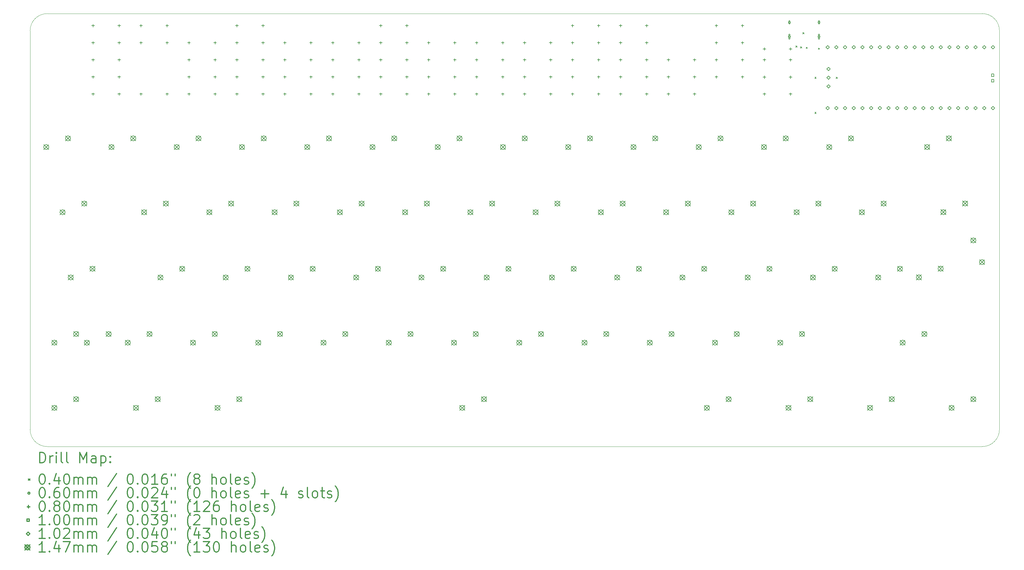
<source format=gbr>
%FSLAX45Y45*%
G04 Gerber Fmt 4.5, Leading zero omitted, Abs format (unit mm)*
G04 Created by KiCad (PCBNEW (5.1.9)-1) date 2021-05-31 01:10:31*
%MOMM*%
%LPD*%
G01*
G04 APERTURE LIST*
%TA.AperFunction,Profile*%
%ADD10C,0.100000*%
%TD*%
%ADD11C,0.200000*%
%ADD12C,0.300000*%
G04 APERTURE END LIST*
D10*
X36000000Y-4550000D02*
X36000000Y-3800000D01*
X36000000Y-4550000D02*
X36000000Y-5250000D01*
X36000000Y-15450000D02*
G75*
G02*
X35500000Y-15950000I-500000J0D01*
G01*
X8200000Y-15950000D02*
G75*
G02*
X7700000Y-15450000I0J500000D01*
G01*
X7700000Y-3800000D02*
G75*
G02*
X8200000Y-3300000I500000J0D01*
G01*
X35500000Y-3300000D02*
X8200000Y-3300000D01*
X7700000Y-3800000D02*
X7700000Y-15450000D01*
X8200000Y-15950000D02*
X35500000Y-15950000D01*
X36000000Y-5250000D02*
X36000000Y-15450000D01*
X35500000Y-3300000D02*
G75*
G02*
X36000000Y-3800000I0J-500000D01*
G01*
D11*
X30055000Y-4240000D02*
X30095000Y-4280000D01*
X30095000Y-4240000D02*
X30055000Y-4280000D01*
X30192500Y-4267500D02*
X30232500Y-4307500D01*
X30232500Y-4267500D02*
X30192500Y-4307500D01*
X30256750Y-3850000D02*
X30296750Y-3890000D01*
X30296750Y-3850000D02*
X30256750Y-3890000D01*
X30355000Y-4280000D02*
X30395000Y-4320000D01*
X30395000Y-4280000D02*
X30355000Y-4320000D01*
X30610000Y-5155000D02*
X30650000Y-5195000D01*
X30650000Y-5155000D02*
X30610000Y-5195000D01*
X30610000Y-6180000D02*
X30650000Y-6220000D01*
X30650000Y-6180000D02*
X30610000Y-6220000D01*
X30710000Y-4305000D02*
X30750000Y-4345000D01*
X30750000Y-4305000D02*
X30710000Y-4345000D01*
X31230000Y-5155000D02*
X31270000Y-5195000D01*
X31270000Y-5155000D02*
X31230000Y-5195000D01*
X29897500Y-3555500D02*
G75*
G03*
X29897500Y-3555500I-30000J0D01*
G01*
X29887500Y-3585500D02*
X29887500Y-3525500D01*
X29847500Y-3585500D02*
X29847500Y-3525500D01*
X29887500Y-3525500D02*
G75*
G03*
X29847500Y-3525500I-20000J0D01*
G01*
X29847500Y-3585500D02*
G75*
G03*
X29887500Y-3585500I20000J0D01*
G01*
X29897500Y-3973500D02*
G75*
G03*
X29897500Y-3973500I-30000J0D01*
G01*
X29887500Y-4028500D02*
X29887500Y-3918500D01*
X29847500Y-4028500D02*
X29847500Y-3918500D01*
X29887500Y-3918500D02*
G75*
G03*
X29847500Y-3918500I-20000J0D01*
G01*
X29847500Y-4028500D02*
G75*
G03*
X29887500Y-4028500I20000J0D01*
G01*
X30761500Y-3555500D02*
G75*
G03*
X30761500Y-3555500I-30000J0D01*
G01*
X30751500Y-3585500D02*
X30751500Y-3525500D01*
X30711500Y-3585500D02*
X30711500Y-3525500D01*
X30751500Y-3525500D02*
G75*
G03*
X30711500Y-3525500I-20000J0D01*
G01*
X30711500Y-3585500D02*
G75*
G03*
X30751500Y-3585500I20000J0D01*
G01*
X30761500Y-3973500D02*
G75*
G03*
X30761500Y-3973500I-30000J0D01*
G01*
X30751500Y-4028500D02*
X30751500Y-3918500D01*
X30711500Y-4028500D02*
X30711500Y-3918500D01*
X30751500Y-3918500D02*
G75*
G03*
X30711500Y-3918500I-20000J0D01*
G01*
X30711500Y-4028500D02*
G75*
G03*
X30751500Y-4028500I20000J0D01*
G01*
X9538000Y-3610000D02*
X9538000Y-3690000D01*
X9498000Y-3650000D02*
X9578000Y-3650000D01*
X9538000Y-4110000D02*
X9538000Y-4190000D01*
X9498000Y-4150000D02*
X9578000Y-4150000D01*
X9538000Y-4610000D02*
X9538000Y-4690000D01*
X9498000Y-4650000D02*
X9578000Y-4650000D01*
X9538000Y-5110000D02*
X9538000Y-5190000D01*
X9498000Y-5150000D02*
X9578000Y-5150000D01*
X9538000Y-5610000D02*
X9538000Y-5690000D01*
X9498000Y-5650000D02*
X9578000Y-5650000D01*
X10300000Y-3610000D02*
X10300000Y-3690000D01*
X10260000Y-3650000D02*
X10340000Y-3650000D01*
X10300000Y-4110000D02*
X10300000Y-4190000D01*
X10260000Y-4150000D02*
X10340000Y-4150000D01*
X10300000Y-4610000D02*
X10300000Y-4690000D01*
X10260000Y-4650000D02*
X10340000Y-4650000D01*
X10300000Y-5110000D02*
X10300000Y-5190000D01*
X10260000Y-5150000D02*
X10340000Y-5150000D01*
X10300000Y-5610000D02*
X10300000Y-5690000D01*
X10260000Y-5650000D02*
X10340000Y-5650000D01*
X10938000Y-3610000D02*
X10938000Y-3690000D01*
X10898000Y-3650000D02*
X10978000Y-3650000D01*
X10938000Y-4110000D02*
X10938000Y-4190000D01*
X10898000Y-4150000D02*
X10978000Y-4150000D01*
X10938000Y-5610000D02*
X10938000Y-5690000D01*
X10898000Y-5650000D02*
X10978000Y-5650000D01*
X11700000Y-3610000D02*
X11700000Y-3690000D01*
X11660000Y-3650000D02*
X11740000Y-3650000D01*
X11700000Y-4110000D02*
X11700000Y-4190000D01*
X11660000Y-4150000D02*
X11740000Y-4150000D01*
X11700000Y-5610000D02*
X11700000Y-5690000D01*
X11660000Y-5650000D02*
X11740000Y-5650000D01*
X12338000Y-4110000D02*
X12338000Y-4190000D01*
X12298000Y-4150000D02*
X12378000Y-4150000D01*
X12338000Y-4610000D02*
X12338000Y-4690000D01*
X12298000Y-4650000D02*
X12378000Y-4650000D01*
X12338000Y-5110000D02*
X12338000Y-5190000D01*
X12298000Y-5150000D02*
X12378000Y-5150000D01*
X12338000Y-5610000D02*
X12338000Y-5690000D01*
X12298000Y-5650000D02*
X12378000Y-5650000D01*
X13100000Y-4110000D02*
X13100000Y-4190000D01*
X13060000Y-4150000D02*
X13140000Y-4150000D01*
X13100000Y-4610000D02*
X13100000Y-4690000D01*
X13060000Y-4650000D02*
X13140000Y-4650000D01*
X13100000Y-5110000D02*
X13100000Y-5190000D01*
X13060000Y-5150000D02*
X13140000Y-5150000D01*
X13100000Y-5610000D02*
X13100000Y-5690000D01*
X13060000Y-5650000D02*
X13140000Y-5650000D01*
X13738000Y-3610000D02*
X13738000Y-3690000D01*
X13698000Y-3650000D02*
X13778000Y-3650000D01*
X13738000Y-4110000D02*
X13738000Y-4190000D01*
X13698000Y-4150000D02*
X13778000Y-4150000D01*
X13738000Y-4610000D02*
X13738000Y-4690000D01*
X13698000Y-4650000D02*
X13778000Y-4650000D01*
X13738000Y-5110000D02*
X13738000Y-5190000D01*
X13698000Y-5150000D02*
X13778000Y-5150000D01*
X13738000Y-5610000D02*
X13738000Y-5690000D01*
X13698000Y-5650000D02*
X13778000Y-5650000D01*
X14500000Y-3610000D02*
X14500000Y-3690000D01*
X14460000Y-3650000D02*
X14540000Y-3650000D01*
X14500000Y-4110000D02*
X14500000Y-4190000D01*
X14460000Y-4150000D02*
X14540000Y-4150000D01*
X14500000Y-4610000D02*
X14500000Y-4690000D01*
X14460000Y-4650000D02*
X14540000Y-4650000D01*
X14500000Y-5110000D02*
X14500000Y-5190000D01*
X14460000Y-5150000D02*
X14540000Y-5150000D01*
X14500000Y-5610000D02*
X14500000Y-5690000D01*
X14460000Y-5650000D02*
X14540000Y-5650000D01*
X15138000Y-4110000D02*
X15138000Y-4190000D01*
X15098000Y-4150000D02*
X15178000Y-4150000D01*
X15138000Y-4610000D02*
X15138000Y-4690000D01*
X15098000Y-4650000D02*
X15178000Y-4650000D01*
X15138000Y-5110000D02*
X15138000Y-5190000D01*
X15098000Y-5150000D02*
X15178000Y-5150000D01*
X15138000Y-5610000D02*
X15138000Y-5690000D01*
X15098000Y-5650000D02*
X15178000Y-5650000D01*
X15900000Y-4110000D02*
X15900000Y-4190000D01*
X15860000Y-4150000D02*
X15940000Y-4150000D01*
X15900000Y-4610000D02*
X15900000Y-4690000D01*
X15860000Y-4650000D02*
X15940000Y-4650000D01*
X15900000Y-5110000D02*
X15900000Y-5190000D01*
X15860000Y-5150000D02*
X15940000Y-5150000D01*
X15900000Y-5610000D02*
X15900000Y-5690000D01*
X15860000Y-5650000D02*
X15940000Y-5650000D01*
X16538000Y-4110000D02*
X16538000Y-4190000D01*
X16498000Y-4150000D02*
X16578000Y-4150000D01*
X16538000Y-4610000D02*
X16538000Y-4690000D01*
X16498000Y-4650000D02*
X16578000Y-4650000D01*
X16538000Y-5110000D02*
X16538000Y-5190000D01*
X16498000Y-5150000D02*
X16578000Y-5150000D01*
X16538000Y-5610000D02*
X16538000Y-5690000D01*
X16498000Y-5650000D02*
X16578000Y-5650000D01*
X17300000Y-4110000D02*
X17300000Y-4190000D01*
X17260000Y-4150000D02*
X17340000Y-4150000D01*
X17300000Y-4610000D02*
X17300000Y-4690000D01*
X17260000Y-4650000D02*
X17340000Y-4650000D01*
X17300000Y-5110000D02*
X17300000Y-5190000D01*
X17260000Y-5150000D02*
X17340000Y-5150000D01*
X17300000Y-5610000D02*
X17300000Y-5690000D01*
X17260000Y-5650000D02*
X17340000Y-5650000D01*
X17938000Y-3610000D02*
X17938000Y-3690000D01*
X17898000Y-3650000D02*
X17978000Y-3650000D01*
X17938000Y-4110000D02*
X17938000Y-4190000D01*
X17898000Y-4150000D02*
X17978000Y-4150000D01*
X17938000Y-4610000D02*
X17938000Y-4690000D01*
X17898000Y-4650000D02*
X17978000Y-4650000D01*
X17938000Y-5110000D02*
X17938000Y-5190000D01*
X17898000Y-5150000D02*
X17978000Y-5150000D01*
X17938000Y-5610000D02*
X17938000Y-5690000D01*
X17898000Y-5650000D02*
X17978000Y-5650000D01*
X18700000Y-3610000D02*
X18700000Y-3690000D01*
X18660000Y-3650000D02*
X18740000Y-3650000D01*
X18700000Y-4110000D02*
X18700000Y-4190000D01*
X18660000Y-4150000D02*
X18740000Y-4150000D01*
X18700000Y-4610000D02*
X18700000Y-4690000D01*
X18660000Y-4650000D02*
X18740000Y-4650000D01*
X18700000Y-5110000D02*
X18700000Y-5190000D01*
X18660000Y-5150000D02*
X18740000Y-5150000D01*
X18700000Y-5610000D02*
X18700000Y-5690000D01*
X18660000Y-5650000D02*
X18740000Y-5650000D01*
X19338000Y-4110000D02*
X19338000Y-4190000D01*
X19298000Y-4150000D02*
X19378000Y-4150000D01*
X19338000Y-4610000D02*
X19338000Y-4690000D01*
X19298000Y-4650000D02*
X19378000Y-4650000D01*
X19338000Y-5110000D02*
X19338000Y-5190000D01*
X19298000Y-5150000D02*
X19378000Y-5150000D01*
X19338000Y-5610000D02*
X19338000Y-5690000D01*
X19298000Y-5650000D02*
X19378000Y-5650000D01*
X20100000Y-4110000D02*
X20100000Y-4190000D01*
X20060000Y-4150000D02*
X20140000Y-4150000D01*
X20100000Y-4610000D02*
X20100000Y-4690000D01*
X20060000Y-4650000D02*
X20140000Y-4650000D01*
X20100000Y-5110000D02*
X20100000Y-5190000D01*
X20060000Y-5150000D02*
X20140000Y-5150000D01*
X20100000Y-5610000D02*
X20100000Y-5690000D01*
X20060000Y-5650000D02*
X20140000Y-5650000D01*
X20738000Y-4110000D02*
X20738000Y-4190000D01*
X20698000Y-4150000D02*
X20778000Y-4150000D01*
X20738000Y-4610000D02*
X20738000Y-4690000D01*
X20698000Y-4650000D02*
X20778000Y-4650000D01*
X20738000Y-5110000D02*
X20738000Y-5190000D01*
X20698000Y-5150000D02*
X20778000Y-5150000D01*
X20738000Y-5610000D02*
X20738000Y-5690000D01*
X20698000Y-5650000D02*
X20778000Y-5650000D01*
X21500000Y-4110000D02*
X21500000Y-4190000D01*
X21460000Y-4150000D02*
X21540000Y-4150000D01*
X21500000Y-4610000D02*
X21500000Y-4690000D01*
X21460000Y-4650000D02*
X21540000Y-4650000D01*
X21500000Y-5110000D02*
X21500000Y-5190000D01*
X21460000Y-5150000D02*
X21540000Y-5150000D01*
X21500000Y-5610000D02*
X21500000Y-5690000D01*
X21460000Y-5650000D02*
X21540000Y-5650000D01*
X22138000Y-4110000D02*
X22138000Y-4190000D01*
X22098000Y-4150000D02*
X22178000Y-4150000D01*
X22138000Y-4610000D02*
X22138000Y-4690000D01*
X22098000Y-4650000D02*
X22178000Y-4650000D01*
X22138000Y-5110000D02*
X22138000Y-5190000D01*
X22098000Y-5150000D02*
X22178000Y-5150000D01*
X22138000Y-5610000D02*
X22138000Y-5690000D01*
X22098000Y-5650000D02*
X22178000Y-5650000D01*
X22900000Y-4110000D02*
X22900000Y-4190000D01*
X22860000Y-4150000D02*
X22940000Y-4150000D01*
X22900000Y-4610000D02*
X22900000Y-4690000D01*
X22860000Y-4650000D02*
X22940000Y-4650000D01*
X22900000Y-5110000D02*
X22900000Y-5190000D01*
X22860000Y-5150000D02*
X22940000Y-5150000D01*
X22900000Y-5610000D02*
X22900000Y-5690000D01*
X22860000Y-5650000D02*
X22940000Y-5650000D01*
X23538000Y-3610000D02*
X23538000Y-3690000D01*
X23498000Y-3650000D02*
X23578000Y-3650000D01*
X23538000Y-4110000D02*
X23538000Y-4190000D01*
X23498000Y-4150000D02*
X23578000Y-4150000D01*
X23538000Y-4610000D02*
X23538000Y-4690000D01*
X23498000Y-4650000D02*
X23578000Y-4650000D01*
X23538000Y-5110000D02*
X23538000Y-5190000D01*
X23498000Y-5150000D02*
X23578000Y-5150000D01*
X23538000Y-5610000D02*
X23538000Y-5690000D01*
X23498000Y-5650000D02*
X23578000Y-5650000D01*
X24300000Y-3610000D02*
X24300000Y-3690000D01*
X24260000Y-3650000D02*
X24340000Y-3650000D01*
X24300000Y-4110000D02*
X24300000Y-4190000D01*
X24260000Y-4150000D02*
X24340000Y-4150000D01*
X24300000Y-4610000D02*
X24300000Y-4690000D01*
X24260000Y-4650000D02*
X24340000Y-4650000D01*
X24300000Y-5110000D02*
X24300000Y-5190000D01*
X24260000Y-5150000D02*
X24340000Y-5150000D01*
X24300000Y-5610000D02*
X24300000Y-5690000D01*
X24260000Y-5650000D02*
X24340000Y-5650000D01*
X24938000Y-3610000D02*
X24938000Y-3690000D01*
X24898000Y-3650000D02*
X24978000Y-3650000D01*
X24938000Y-4110000D02*
X24938000Y-4190000D01*
X24898000Y-4150000D02*
X24978000Y-4150000D01*
X24938000Y-4610000D02*
X24938000Y-4690000D01*
X24898000Y-4650000D02*
X24978000Y-4650000D01*
X24938000Y-5110000D02*
X24938000Y-5190000D01*
X24898000Y-5150000D02*
X24978000Y-5150000D01*
X24938000Y-5610000D02*
X24938000Y-5690000D01*
X24898000Y-5650000D02*
X24978000Y-5650000D01*
X25700000Y-3610000D02*
X25700000Y-3690000D01*
X25660000Y-3650000D02*
X25740000Y-3650000D01*
X25700000Y-4110000D02*
X25700000Y-4190000D01*
X25660000Y-4150000D02*
X25740000Y-4150000D01*
X25700000Y-4610000D02*
X25700000Y-4690000D01*
X25660000Y-4650000D02*
X25740000Y-4650000D01*
X25700000Y-5110000D02*
X25700000Y-5190000D01*
X25660000Y-5150000D02*
X25740000Y-5150000D01*
X25700000Y-5610000D02*
X25700000Y-5690000D01*
X25660000Y-5650000D02*
X25740000Y-5650000D01*
X26338000Y-4610000D02*
X26338000Y-4690000D01*
X26298000Y-4650000D02*
X26378000Y-4650000D01*
X26338000Y-5110000D02*
X26338000Y-5190000D01*
X26298000Y-5150000D02*
X26378000Y-5150000D01*
X26338000Y-5610000D02*
X26338000Y-5690000D01*
X26298000Y-5650000D02*
X26378000Y-5650000D01*
X27100000Y-4610000D02*
X27100000Y-4690000D01*
X27060000Y-4650000D02*
X27140000Y-4650000D01*
X27100000Y-5110000D02*
X27100000Y-5190000D01*
X27060000Y-5150000D02*
X27140000Y-5150000D01*
X27100000Y-5610000D02*
X27100000Y-5690000D01*
X27060000Y-5650000D02*
X27140000Y-5650000D01*
X27738000Y-3610000D02*
X27738000Y-3690000D01*
X27698000Y-3650000D02*
X27778000Y-3650000D01*
X27738000Y-4110000D02*
X27738000Y-4190000D01*
X27698000Y-4150000D02*
X27778000Y-4150000D01*
X27738000Y-4610000D02*
X27738000Y-4690000D01*
X27698000Y-4650000D02*
X27778000Y-4650000D01*
X27738000Y-5110000D02*
X27738000Y-5190000D01*
X27698000Y-5150000D02*
X27778000Y-5150000D01*
X28500000Y-3610000D02*
X28500000Y-3690000D01*
X28460000Y-3650000D02*
X28540000Y-3650000D01*
X28500000Y-4110000D02*
X28500000Y-4190000D01*
X28460000Y-4150000D02*
X28540000Y-4150000D01*
X28500000Y-4610000D02*
X28500000Y-4690000D01*
X28460000Y-4650000D02*
X28540000Y-4650000D01*
X28500000Y-5110000D02*
X28500000Y-5190000D01*
X28460000Y-5150000D02*
X28540000Y-5150000D01*
X29138000Y-4290000D02*
X29138000Y-4370000D01*
X29098000Y-4330000D02*
X29178000Y-4330000D01*
X29138000Y-4610000D02*
X29138000Y-4690000D01*
X29098000Y-4650000D02*
X29178000Y-4650000D01*
X29138000Y-5610000D02*
X29138000Y-5690000D01*
X29098000Y-5650000D02*
X29178000Y-5650000D01*
X29138880Y-5116200D02*
X29138880Y-5196200D01*
X29098880Y-5156200D02*
X29178880Y-5156200D01*
X29900000Y-4290000D02*
X29900000Y-4370000D01*
X29860000Y-4330000D02*
X29940000Y-4330000D01*
X29900000Y-4610000D02*
X29900000Y-4690000D01*
X29860000Y-4650000D02*
X29940000Y-4650000D01*
X29900000Y-5610000D02*
X29900000Y-5690000D01*
X29860000Y-5650000D02*
X29940000Y-5650000D01*
X29900880Y-5116200D02*
X29900880Y-5196200D01*
X29860880Y-5156200D02*
X29940880Y-5156200D01*
X35835356Y-5135356D02*
X35835356Y-5064644D01*
X35764644Y-5064644D01*
X35764644Y-5135356D01*
X35835356Y-5135356D01*
X35835356Y-5295347D02*
X35835356Y-5224636D01*
X35764644Y-5224636D01*
X35764644Y-5295347D01*
X35835356Y-5295347D01*
X30987000Y-4337000D02*
X31038000Y-4286000D01*
X30987000Y-4235000D01*
X30936000Y-4286000D01*
X30987000Y-4337000D01*
X30987000Y-6115000D02*
X31038000Y-6064000D01*
X30987000Y-6013000D01*
X30936000Y-6064000D01*
X30987000Y-6115000D01*
X31010000Y-4972000D02*
X31061000Y-4921000D01*
X31010000Y-4870000D01*
X30959000Y-4921000D01*
X31010000Y-4972000D01*
X31010000Y-5226000D02*
X31061000Y-5175000D01*
X31010000Y-5124000D01*
X30959000Y-5175000D01*
X31010000Y-5226000D01*
X31010000Y-5480000D02*
X31061000Y-5429000D01*
X31010000Y-5378000D01*
X30959000Y-5429000D01*
X31010000Y-5480000D01*
X31241000Y-4337000D02*
X31292000Y-4286000D01*
X31241000Y-4235000D01*
X31190000Y-4286000D01*
X31241000Y-4337000D01*
X31241000Y-6115000D02*
X31292000Y-6064000D01*
X31241000Y-6013000D01*
X31190000Y-6064000D01*
X31241000Y-6115000D01*
X31495000Y-4337000D02*
X31546000Y-4286000D01*
X31495000Y-4235000D01*
X31444000Y-4286000D01*
X31495000Y-4337000D01*
X31495000Y-6115000D02*
X31546000Y-6064000D01*
X31495000Y-6013000D01*
X31444000Y-6064000D01*
X31495000Y-6115000D01*
X31749000Y-4337000D02*
X31800000Y-4286000D01*
X31749000Y-4235000D01*
X31698000Y-4286000D01*
X31749000Y-4337000D01*
X31749000Y-6115000D02*
X31800000Y-6064000D01*
X31749000Y-6013000D01*
X31698000Y-6064000D01*
X31749000Y-6115000D01*
X32003000Y-4337000D02*
X32054000Y-4286000D01*
X32003000Y-4235000D01*
X31952000Y-4286000D01*
X32003000Y-4337000D01*
X32003000Y-6115000D02*
X32054000Y-6064000D01*
X32003000Y-6013000D01*
X31952000Y-6064000D01*
X32003000Y-6115000D01*
X32257000Y-4337000D02*
X32308000Y-4286000D01*
X32257000Y-4235000D01*
X32206000Y-4286000D01*
X32257000Y-4337000D01*
X32257000Y-6115000D02*
X32308000Y-6064000D01*
X32257000Y-6013000D01*
X32206000Y-6064000D01*
X32257000Y-6115000D01*
X32511000Y-4337000D02*
X32562000Y-4286000D01*
X32511000Y-4235000D01*
X32460000Y-4286000D01*
X32511000Y-4337000D01*
X32511000Y-6115000D02*
X32562000Y-6064000D01*
X32511000Y-6013000D01*
X32460000Y-6064000D01*
X32511000Y-6115000D01*
X32765000Y-4337000D02*
X32816000Y-4286000D01*
X32765000Y-4235000D01*
X32714000Y-4286000D01*
X32765000Y-4337000D01*
X32765000Y-6115000D02*
X32816000Y-6064000D01*
X32765000Y-6013000D01*
X32714000Y-6064000D01*
X32765000Y-6115000D01*
X33019000Y-4337000D02*
X33070000Y-4286000D01*
X33019000Y-4235000D01*
X32968000Y-4286000D01*
X33019000Y-4337000D01*
X33019000Y-6115000D02*
X33070000Y-6064000D01*
X33019000Y-6013000D01*
X32968000Y-6064000D01*
X33019000Y-6115000D01*
X33273000Y-4337000D02*
X33324000Y-4286000D01*
X33273000Y-4235000D01*
X33222000Y-4286000D01*
X33273000Y-4337000D01*
X33273000Y-6115000D02*
X33324000Y-6064000D01*
X33273000Y-6013000D01*
X33222000Y-6064000D01*
X33273000Y-6115000D01*
X33527000Y-4337000D02*
X33578000Y-4286000D01*
X33527000Y-4235000D01*
X33476000Y-4286000D01*
X33527000Y-4337000D01*
X33527000Y-6115000D02*
X33578000Y-6064000D01*
X33527000Y-6013000D01*
X33476000Y-6064000D01*
X33527000Y-6115000D01*
X33781000Y-4337000D02*
X33832000Y-4286000D01*
X33781000Y-4235000D01*
X33730000Y-4286000D01*
X33781000Y-4337000D01*
X33781000Y-6115000D02*
X33832000Y-6064000D01*
X33781000Y-6013000D01*
X33730000Y-6064000D01*
X33781000Y-6115000D01*
X34035000Y-4337000D02*
X34086000Y-4286000D01*
X34035000Y-4235000D01*
X33984000Y-4286000D01*
X34035000Y-4337000D01*
X34035000Y-6115000D02*
X34086000Y-6064000D01*
X34035000Y-6013000D01*
X33984000Y-6064000D01*
X34035000Y-6115000D01*
X34289000Y-4337000D02*
X34340000Y-4286000D01*
X34289000Y-4235000D01*
X34238000Y-4286000D01*
X34289000Y-4337000D01*
X34289000Y-6115000D02*
X34340000Y-6064000D01*
X34289000Y-6013000D01*
X34238000Y-6064000D01*
X34289000Y-6115000D01*
X34543000Y-4337000D02*
X34594000Y-4286000D01*
X34543000Y-4235000D01*
X34492000Y-4286000D01*
X34543000Y-4337000D01*
X34543000Y-6115000D02*
X34594000Y-6064000D01*
X34543000Y-6013000D01*
X34492000Y-6064000D01*
X34543000Y-6115000D01*
X34797000Y-4337000D02*
X34848000Y-4286000D01*
X34797000Y-4235000D01*
X34746000Y-4286000D01*
X34797000Y-4337000D01*
X34797000Y-6115000D02*
X34848000Y-6064000D01*
X34797000Y-6013000D01*
X34746000Y-6064000D01*
X34797000Y-6115000D01*
X35051000Y-4337000D02*
X35102000Y-4286000D01*
X35051000Y-4235000D01*
X35000000Y-4286000D01*
X35051000Y-4337000D01*
X35051000Y-6115000D02*
X35102000Y-6064000D01*
X35051000Y-6013000D01*
X35000000Y-6064000D01*
X35051000Y-6115000D01*
X35305000Y-4337000D02*
X35356000Y-4286000D01*
X35305000Y-4235000D01*
X35254000Y-4286000D01*
X35305000Y-4337000D01*
X35305000Y-6115000D02*
X35356000Y-6064000D01*
X35305000Y-6013000D01*
X35254000Y-6064000D01*
X35305000Y-6115000D01*
X35559000Y-4337000D02*
X35610000Y-4286000D01*
X35559000Y-4235000D01*
X35508000Y-4286000D01*
X35559000Y-4337000D01*
X35559000Y-6115000D02*
X35610000Y-6064000D01*
X35559000Y-6013000D01*
X35508000Y-6064000D01*
X35559000Y-6115000D01*
X35813000Y-4337000D02*
X35864000Y-4286000D01*
X35813000Y-4235000D01*
X35762000Y-4286000D01*
X35813000Y-4337000D01*
X35813000Y-6115000D02*
X35864000Y-6064000D01*
X35813000Y-6013000D01*
X35762000Y-6064000D01*
X35813000Y-6115000D01*
X8098000Y-7125000D02*
X8245000Y-7272000D01*
X8245000Y-7125000D02*
X8098000Y-7272000D01*
X8245000Y-7198500D02*
G75*
G03*
X8245000Y-7198500I-73500J0D01*
G01*
X8336125Y-12840000D02*
X8483125Y-12987000D01*
X8483125Y-12840000D02*
X8336125Y-12987000D01*
X8483125Y-12913500D02*
G75*
G03*
X8483125Y-12913500I-73500J0D01*
G01*
X8336125Y-14745000D02*
X8483125Y-14892000D01*
X8483125Y-14745000D02*
X8336125Y-14892000D01*
X8483125Y-14818500D02*
G75*
G03*
X8483125Y-14818500I-73500J0D01*
G01*
X8574250Y-9030000D02*
X8721250Y-9177000D01*
X8721250Y-9030000D02*
X8574250Y-9177000D01*
X8721250Y-9103500D02*
G75*
G03*
X8721250Y-9103500I-73500J0D01*
G01*
X8733000Y-6871000D02*
X8880000Y-7018000D01*
X8880000Y-6871000D02*
X8733000Y-7018000D01*
X8880000Y-6944500D02*
G75*
G03*
X8880000Y-6944500I-73500J0D01*
G01*
X8812375Y-10935000D02*
X8959375Y-11082000D01*
X8959375Y-10935000D02*
X8812375Y-11082000D01*
X8959375Y-11008500D02*
G75*
G03*
X8959375Y-11008500I-73500J0D01*
G01*
X8971125Y-12586000D02*
X9118125Y-12733000D01*
X9118125Y-12586000D02*
X8971125Y-12733000D01*
X9118125Y-12659500D02*
G75*
G03*
X9118125Y-12659500I-73500J0D01*
G01*
X8971125Y-14491000D02*
X9118125Y-14638000D01*
X9118125Y-14491000D02*
X8971125Y-14638000D01*
X9118125Y-14564500D02*
G75*
G03*
X9118125Y-14564500I-73500J0D01*
G01*
X9209250Y-8776000D02*
X9356250Y-8923000D01*
X9356250Y-8776000D02*
X9209250Y-8923000D01*
X9356250Y-8849500D02*
G75*
G03*
X9356250Y-8849500I-73500J0D01*
G01*
X9285500Y-12842500D02*
X9432500Y-12989500D01*
X9432500Y-12842500D02*
X9285500Y-12989500D01*
X9432500Y-12916000D02*
G75*
G03*
X9432500Y-12916000I-73500J0D01*
G01*
X9447375Y-10681000D02*
X9594375Y-10828000D01*
X9594375Y-10681000D02*
X9447375Y-10828000D01*
X9594375Y-10754500D02*
G75*
G03*
X9594375Y-10754500I-73500J0D01*
G01*
X9920500Y-12588500D02*
X10067500Y-12735500D01*
X10067500Y-12588500D02*
X9920500Y-12735500D01*
X10067500Y-12662000D02*
G75*
G03*
X10067500Y-12662000I-73500J0D01*
G01*
X10003000Y-7125000D02*
X10150000Y-7272000D01*
X10150000Y-7125000D02*
X10003000Y-7272000D01*
X10150000Y-7198500D02*
G75*
G03*
X10150000Y-7198500I-73500J0D01*
G01*
X10479250Y-12840000D02*
X10626250Y-12987000D01*
X10626250Y-12840000D02*
X10479250Y-12987000D01*
X10626250Y-12913500D02*
G75*
G03*
X10626250Y-12913500I-73500J0D01*
G01*
X10638000Y-6871000D02*
X10785000Y-7018000D01*
X10785000Y-6871000D02*
X10638000Y-7018000D01*
X10785000Y-6944500D02*
G75*
G03*
X10785000Y-6944500I-73500J0D01*
G01*
X10717375Y-14745000D02*
X10864375Y-14892000D01*
X10864375Y-14745000D02*
X10717375Y-14892000D01*
X10864375Y-14818500D02*
G75*
G03*
X10864375Y-14818500I-73500J0D01*
G01*
X10955500Y-9030000D02*
X11102500Y-9177000D01*
X11102500Y-9030000D02*
X10955500Y-9177000D01*
X11102500Y-9103500D02*
G75*
G03*
X11102500Y-9103500I-73500J0D01*
G01*
X11114250Y-12586000D02*
X11261250Y-12733000D01*
X11261250Y-12586000D02*
X11114250Y-12733000D01*
X11261250Y-12659500D02*
G75*
G03*
X11261250Y-12659500I-73500J0D01*
G01*
X11352375Y-14491000D02*
X11499375Y-14638000D01*
X11499375Y-14491000D02*
X11352375Y-14638000D01*
X11499375Y-14564500D02*
G75*
G03*
X11499375Y-14564500I-73500J0D01*
G01*
X11431750Y-10935000D02*
X11578750Y-11082000D01*
X11578750Y-10935000D02*
X11431750Y-11082000D01*
X11578750Y-11008500D02*
G75*
G03*
X11578750Y-11008500I-73500J0D01*
G01*
X11590500Y-8776000D02*
X11737500Y-8923000D01*
X11737500Y-8776000D02*
X11590500Y-8923000D01*
X11737500Y-8849500D02*
G75*
G03*
X11737500Y-8849500I-73500J0D01*
G01*
X11908000Y-7125000D02*
X12055000Y-7272000D01*
X12055000Y-7125000D02*
X11908000Y-7272000D01*
X12055000Y-7198500D02*
G75*
G03*
X12055000Y-7198500I-73500J0D01*
G01*
X12066750Y-10681000D02*
X12213750Y-10828000D01*
X12213750Y-10681000D02*
X12066750Y-10828000D01*
X12213750Y-10754500D02*
G75*
G03*
X12213750Y-10754500I-73500J0D01*
G01*
X12384250Y-12840000D02*
X12531250Y-12987000D01*
X12531250Y-12840000D02*
X12384250Y-12987000D01*
X12531250Y-12913500D02*
G75*
G03*
X12531250Y-12913500I-73500J0D01*
G01*
X12543000Y-6871000D02*
X12690000Y-7018000D01*
X12690000Y-6871000D02*
X12543000Y-7018000D01*
X12690000Y-6944500D02*
G75*
G03*
X12690000Y-6944500I-73500J0D01*
G01*
X12860500Y-9030000D02*
X13007500Y-9177000D01*
X13007500Y-9030000D02*
X12860500Y-9177000D01*
X13007500Y-9103500D02*
G75*
G03*
X13007500Y-9103500I-73500J0D01*
G01*
X13019250Y-12586000D02*
X13166250Y-12733000D01*
X13166250Y-12586000D02*
X13019250Y-12733000D01*
X13166250Y-12659500D02*
G75*
G03*
X13166250Y-12659500I-73500J0D01*
G01*
X13098625Y-14745000D02*
X13245625Y-14892000D01*
X13245625Y-14745000D02*
X13098625Y-14892000D01*
X13245625Y-14818500D02*
G75*
G03*
X13245625Y-14818500I-73500J0D01*
G01*
X13336750Y-10935000D02*
X13483750Y-11082000D01*
X13483750Y-10935000D02*
X13336750Y-11082000D01*
X13483750Y-11008500D02*
G75*
G03*
X13483750Y-11008500I-73500J0D01*
G01*
X13495500Y-8776000D02*
X13642500Y-8923000D01*
X13642500Y-8776000D02*
X13495500Y-8923000D01*
X13642500Y-8849500D02*
G75*
G03*
X13642500Y-8849500I-73500J0D01*
G01*
X13733625Y-14491000D02*
X13880625Y-14638000D01*
X13880625Y-14491000D02*
X13733625Y-14638000D01*
X13880625Y-14564500D02*
G75*
G03*
X13880625Y-14564500I-73500J0D01*
G01*
X13813000Y-7125000D02*
X13960000Y-7272000D01*
X13960000Y-7125000D02*
X13813000Y-7272000D01*
X13960000Y-7198500D02*
G75*
G03*
X13960000Y-7198500I-73500J0D01*
G01*
X13971750Y-10681000D02*
X14118750Y-10828000D01*
X14118750Y-10681000D02*
X13971750Y-10828000D01*
X14118750Y-10754500D02*
G75*
G03*
X14118750Y-10754500I-73500J0D01*
G01*
X14289250Y-12840000D02*
X14436250Y-12987000D01*
X14436250Y-12840000D02*
X14289250Y-12987000D01*
X14436250Y-12913500D02*
G75*
G03*
X14436250Y-12913500I-73500J0D01*
G01*
X14448000Y-6871000D02*
X14595000Y-7018000D01*
X14595000Y-6871000D02*
X14448000Y-7018000D01*
X14595000Y-6944500D02*
G75*
G03*
X14595000Y-6944500I-73500J0D01*
G01*
X14765500Y-9030000D02*
X14912500Y-9177000D01*
X14912500Y-9030000D02*
X14765500Y-9177000D01*
X14912500Y-9103500D02*
G75*
G03*
X14912500Y-9103500I-73500J0D01*
G01*
X14924250Y-12586000D02*
X15071250Y-12733000D01*
X15071250Y-12586000D02*
X14924250Y-12733000D01*
X15071250Y-12659500D02*
G75*
G03*
X15071250Y-12659500I-73500J0D01*
G01*
X15241750Y-10935000D02*
X15388750Y-11082000D01*
X15388750Y-10935000D02*
X15241750Y-11082000D01*
X15388750Y-11008500D02*
G75*
G03*
X15388750Y-11008500I-73500J0D01*
G01*
X15400500Y-8776000D02*
X15547500Y-8923000D01*
X15547500Y-8776000D02*
X15400500Y-8923000D01*
X15547500Y-8849500D02*
G75*
G03*
X15547500Y-8849500I-73500J0D01*
G01*
X15718000Y-7125000D02*
X15865000Y-7272000D01*
X15865000Y-7125000D02*
X15718000Y-7272000D01*
X15865000Y-7198500D02*
G75*
G03*
X15865000Y-7198500I-73500J0D01*
G01*
X15876750Y-10681000D02*
X16023750Y-10828000D01*
X16023750Y-10681000D02*
X15876750Y-10828000D01*
X16023750Y-10754500D02*
G75*
G03*
X16023750Y-10754500I-73500J0D01*
G01*
X16194250Y-12840000D02*
X16341250Y-12987000D01*
X16341250Y-12840000D02*
X16194250Y-12987000D01*
X16341250Y-12913500D02*
G75*
G03*
X16341250Y-12913500I-73500J0D01*
G01*
X16353000Y-6871000D02*
X16500000Y-7018000D01*
X16500000Y-6871000D02*
X16353000Y-7018000D01*
X16500000Y-6944500D02*
G75*
G03*
X16500000Y-6944500I-73500J0D01*
G01*
X16670500Y-9030000D02*
X16817500Y-9177000D01*
X16817500Y-9030000D02*
X16670500Y-9177000D01*
X16817500Y-9103500D02*
G75*
G03*
X16817500Y-9103500I-73500J0D01*
G01*
X16829250Y-12586000D02*
X16976250Y-12733000D01*
X16976250Y-12586000D02*
X16829250Y-12733000D01*
X16976250Y-12659500D02*
G75*
G03*
X16976250Y-12659500I-73500J0D01*
G01*
X17146750Y-10935000D02*
X17293750Y-11082000D01*
X17293750Y-10935000D02*
X17146750Y-11082000D01*
X17293750Y-11008500D02*
G75*
G03*
X17293750Y-11008500I-73500J0D01*
G01*
X17305500Y-8776000D02*
X17452500Y-8923000D01*
X17452500Y-8776000D02*
X17305500Y-8923000D01*
X17452500Y-8849500D02*
G75*
G03*
X17452500Y-8849500I-73500J0D01*
G01*
X17623000Y-7125000D02*
X17770000Y-7272000D01*
X17770000Y-7125000D02*
X17623000Y-7272000D01*
X17770000Y-7198500D02*
G75*
G03*
X17770000Y-7198500I-73500J0D01*
G01*
X17781750Y-10681000D02*
X17928750Y-10828000D01*
X17928750Y-10681000D02*
X17781750Y-10828000D01*
X17928750Y-10754500D02*
G75*
G03*
X17928750Y-10754500I-73500J0D01*
G01*
X18099250Y-12840000D02*
X18246250Y-12987000D01*
X18246250Y-12840000D02*
X18099250Y-12987000D01*
X18246250Y-12913500D02*
G75*
G03*
X18246250Y-12913500I-73500J0D01*
G01*
X18258000Y-6871000D02*
X18405000Y-7018000D01*
X18405000Y-6871000D02*
X18258000Y-7018000D01*
X18405000Y-6944500D02*
G75*
G03*
X18405000Y-6944500I-73500J0D01*
G01*
X18575500Y-9030000D02*
X18722500Y-9177000D01*
X18722500Y-9030000D02*
X18575500Y-9177000D01*
X18722500Y-9103500D02*
G75*
G03*
X18722500Y-9103500I-73500J0D01*
G01*
X18734250Y-12586000D02*
X18881250Y-12733000D01*
X18881250Y-12586000D02*
X18734250Y-12733000D01*
X18881250Y-12659500D02*
G75*
G03*
X18881250Y-12659500I-73500J0D01*
G01*
X19051750Y-10935000D02*
X19198750Y-11082000D01*
X19198750Y-10935000D02*
X19051750Y-11082000D01*
X19198750Y-11008500D02*
G75*
G03*
X19198750Y-11008500I-73500J0D01*
G01*
X19210500Y-8776000D02*
X19357500Y-8923000D01*
X19357500Y-8776000D02*
X19210500Y-8923000D01*
X19357500Y-8849500D02*
G75*
G03*
X19357500Y-8849500I-73500J0D01*
G01*
X19528000Y-7125000D02*
X19675000Y-7272000D01*
X19675000Y-7125000D02*
X19528000Y-7272000D01*
X19675000Y-7198500D02*
G75*
G03*
X19675000Y-7198500I-73500J0D01*
G01*
X19686750Y-10681000D02*
X19833750Y-10828000D01*
X19833750Y-10681000D02*
X19686750Y-10828000D01*
X19833750Y-10754500D02*
G75*
G03*
X19833750Y-10754500I-73500J0D01*
G01*
X20004250Y-12840000D02*
X20151250Y-12987000D01*
X20151250Y-12840000D02*
X20004250Y-12987000D01*
X20151250Y-12913500D02*
G75*
G03*
X20151250Y-12913500I-73500J0D01*
G01*
X20163000Y-6871000D02*
X20310000Y-7018000D01*
X20310000Y-6871000D02*
X20163000Y-7018000D01*
X20310000Y-6944500D02*
G75*
G03*
X20310000Y-6944500I-73500J0D01*
G01*
X20242375Y-14745000D02*
X20389375Y-14892000D01*
X20389375Y-14745000D02*
X20242375Y-14892000D01*
X20389375Y-14818500D02*
G75*
G03*
X20389375Y-14818500I-73500J0D01*
G01*
X20480500Y-9030000D02*
X20627500Y-9177000D01*
X20627500Y-9030000D02*
X20480500Y-9177000D01*
X20627500Y-9103500D02*
G75*
G03*
X20627500Y-9103500I-73500J0D01*
G01*
X20639250Y-12586000D02*
X20786250Y-12733000D01*
X20786250Y-12586000D02*
X20639250Y-12733000D01*
X20786250Y-12659500D02*
G75*
G03*
X20786250Y-12659500I-73500J0D01*
G01*
X20877375Y-14491000D02*
X21024375Y-14638000D01*
X21024375Y-14491000D02*
X20877375Y-14638000D01*
X21024375Y-14564500D02*
G75*
G03*
X21024375Y-14564500I-73500J0D01*
G01*
X20956750Y-10935000D02*
X21103750Y-11082000D01*
X21103750Y-10935000D02*
X20956750Y-11082000D01*
X21103750Y-11008500D02*
G75*
G03*
X21103750Y-11008500I-73500J0D01*
G01*
X21115500Y-8776000D02*
X21262500Y-8923000D01*
X21262500Y-8776000D02*
X21115500Y-8923000D01*
X21262500Y-8849500D02*
G75*
G03*
X21262500Y-8849500I-73500J0D01*
G01*
X21433000Y-7125000D02*
X21580000Y-7272000D01*
X21580000Y-7125000D02*
X21433000Y-7272000D01*
X21580000Y-7198500D02*
G75*
G03*
X21580000Y-7198500I-73500J0D01*
G01*
X21591750Y-10681000D02*
X21738750Y-10828000D01*
X21738750Y-10681000D02*
X21591750Y-10828000D01*
X21738750Y-10754500D02*
G75*
G03*
X21738750Y-10754500I-73500J0D01*
G01*
X21909250Y-12840000D02*
X22056250Y-12987000D01*
X22056250Y-12840000D02*
X21909250Y-12987000D01*
X22056250Y-12913500D02*
G75*
G03*
X22056250Y-12913500I-73500J0D01*
G01*
X22068000Y-6871000D02*
X22215000Y-7018000D01*
X22215000Y-6871000D02*
X22068000Y-7018000D01*
X22215000Y-6944500D02*
G75*
G03*
X22215000Y-6944500I-73500J0D01*
G01*
X22385500Y-9030000D02*
X22532500Y-9177000D01*
X22532500Y-9030000D02*
X22385500Y-9177000D01*
X22532500Y-9103500D02*
G75*
G03*
X22532500Y-9103500I-73500J0D01*
G01*
X22544250Y-12586000D02*
X22691250Y-12733000D01*
X22691250Y-12586000D02*
X22544250Y-12733000D01*
X22691250Y-12659500D02*
G75*
G03*
X22691250Y-12659500I-73500J0D01*
G01*
X22861750Y-10935000D02*
X23008750Y-11082000D01*
X23008750Y-10935000D02*
X22861750Y-11082000D01*
X23008750Y-11008500D02*
G75*
G03*
X23008750Y-11008500I-73500J0D01*
G01*
X23020500Y-8776000D02*
X23167500Y-8923000D01*
X23167500Y-8776000D02*
X23020500Y-8923000D01*
X23167500Y-8849500D02*
G75*
G03*
X23167500Y-8849500I-73500J0D01*
G01*
X23338000Y-7125000D02*
X23485000Y-7272000D01*
X23485000Y-7125000D02*
X23338000Y-7272000D01*
X23485000Y-7198500D02*
G75*
G03*
X23485000Y-7198500I-73500J0D01*
G01*
X23496750Y-10681000D02*
X23643750Y-10828000D01*
X23643750Y-10681000D02*
X23496750Y-10828000D01*
X23643750Y-10754500D02*
G75*
G03*
X23643750Y-10754500I-73500J0D01*
G01*
X23814250Y-12840000D02*
X23961250Y-12987000D01*
X23961250Y-12840000D02*
X23814250Y-12987000D01*
X23961250Y-12913500D02*
G75*
G03*
X23961250Y-12913500I-73500J0D01*
G01*
X23973000Y-6871000D02*
X24120000Y-7018000D01*
X24120000Y-6871000D02*
X23973000Y-7018000D01*
X24120000Y-6944500D02*
G75*
G03*
X24120000Y-6944500I-73500J0D01*
G01*
X24290500Y-9030000D02*
X24437500Y-9177000D01*
X24437500Y-9030000D02*
X24290500Y-9177000D01*
X24437500Y-9103500D02*
G75*
G03*
X24437500Y-9103500I-73500J0D01*
G01*
X24449250Y-12586000D02*
X24596250Y-12733000D01*
X24596250Y-12586000D02*
X24449250Y-12733000D01*
X24596250Y-12659500D02*
G75*
G03*
X24596250Y-12659500I-73500J0D01*
G01*
X24766750Y-10935000D02*
X24913750Y-11082000D01*
X24913750Y-10935000D02*
X24766750Y-11082000D01*
X24913750Y-11008500D02*
G75*
G03*
X24913750Y-11008500I-73500J0D01*
G01*
X24925500Y-8776000D02*
X25072500Y-8923000D01*
X25072500Y-8776000D02*
X24925500Y-8923000D01*
X25072500Y-8849500D02*
G75*
G03*
X25072500Y-8849500I-73500J0D01*
G01*
X25243000Y-7125000D02*
X25390000Y-7272000D01*
X25390000Y-7125000D02*
X25243000Y-7272000D01*
X25390000Y-7198500D02*
G75*
G03*
X25390000Y-7198500I-73500J0D01*
G01*
X25401750Y-10681000D02*
X25548750Y-10828000D01*
X25548750Y-10681000D02*
X25401750Y-10828000D01*
X25548750Y-10754500D02*
G75*
G03*
X25548750Y-10754500I-73500J0D01*
G01*
X25719250Y-12840000D02*
X25866250Y-12987000D01*
X25866250Y-12840000D02*
X25719250Y-12987000D01*
X25866250Y-12913500D02*
G75*
G03*
X25866250Y-12913500I-73500J0D01*
G01*
X25878000Y-6871000D02*
X26025000Y-7018000D01*
X26025000Y-6871000D02*
X25878000Y-7018000D01*
X26025000Y-6944500D02*
G75*
G03*
X26025000Y-6944500I-73500J0D01*
G01*
X26195500Y-9030000D02*
X26342500Y-9177000D01*
X26342500Y-9030000D02*
X26195500Y-9177000D01*
X26342500Y-9103500D02*
G75*
G03*
X26342500Y-9103500I-73500J0D01*
G01*
X26354250Y-12586000D02*
X26501250Y-12733000D01*
X26501250Y-12586000D02*
X26354250Y-12733000D01*
X26501250Y-12659500D02*
G75*
G03*
X26501250Y-12659500I-73500J0D01*
G01*
X26671750Y-10935000D02*
X26818750Y-11082000D01*
X26818750Y-10935000D02*
X26671750Y-11082000D01*
X26818750Y-11008500D02*
G75*
G03*
X26818750Y-11008500I-73500J0D01*
G01*
X26830500Y-8776000D02*
X26977500Y-8923000D01*
X26977500Y-8776000D02*
X26830500Y-8923000D01*
X26977500Y-8849500D02*
G75*
G03*
X26977500Y-8849500I-73500J0D01*
G01*
X27148000Y-7125000D02*
X27295000Y-7272000D01*
X27295000Y-7125000D02*
X27148000Y-7272000D01*
X27295000Y-7198500D02*
G75*
G03*
X27295000Y-7198500I-73500J0D01*
G01*
X27306750Y-10681000D02*
X27453750Y-10828000D01*
X27453750Y-10681000D02*
X27306750Y-10828000D01*
X27453750Y-10754500D02*
G75*
G03*
X27453750Y-10754500I-73500J0D01*
G01*
X27386125Y-14745000D02*
X27533125Y-14892000D01*
X27533125Y-14745000D02*
X27386125Y-14892000D01*
X27533125Y-14818500D02*
G75*
G03*
X27533125Y-14818500I-73500J0D01*
G01*
X27624250Y-12840000D02*
X27771250Y-12987000D01*
X27771250Y-12840000D02*
X27624250Y-12987000D01*
X27771250Y-12913500D02*
G75*
G03*
X27771250Y-12913500I-73500J0D01*
G01*
X27783000Y-6871000D02*
X27930000Y-7018000D01*
X27930000Y-6871000D02*
X27783000Y-7018000D01*
X27930000Y-6944500D02*
G75*
G03*
X27930000Y-6944500I-73500J0D01*
G01*
X28021125Y-14491000D02*
X28168125Y-14638000D01*
X28168125Y-14491000D02*
X28021125Y-14638000D01*
X28168125Y-14564500D02*
G75*
G03*
X28168125Y-14564500I-73500J0D01*
G01*
X28100500Y-9030000D02*
X28247500Y-9177000D01*
X28247500Y-9030000D02*
X28100500Y-9177000D01*
X28247500Y-9103500D02*
G75*
G03*
X28247500Y-9103500I-73500J0D01*
G01*
X28259250Y-12586000D02*
X28406250Y-12733000D01*
X28406250Y-12586000D02*
X28259250Y-12733000D01*
X28406250Y-12659500D02*
G75*
G03*
X28406250Y-12659500I-73500J0D01*
G01*
X28576750Y-10935000D02*
X28723750Y-11082000D01*
X28723750Y-10935000D02*
X28576750Y-11082000D01*
X28723750Y-11008500D02*
G75*
G03*
X28723750Y-11008500I-73500J0D01*
G01*
X28735500Y-8776000D02*
X28882500Y-8923000D01*
X28882500Y-8776000D02*
X28735500Y-8923000D01*
X28882500Y-8849500D02*
G75*
G03*
X28882500Y-8849500I-73500J0D01*
G01*
X29053000Y-7125000D02*
X29200000Y-7272000D01*
X29200000Y-7125000D02*
X29053000Y-7272000D01*
X29200000Y-7198500D02*
G75*
G03*
X29200000Y-7198500I-73500J0D01*
G01*
X29211750Y-10681000D02*
X29358750Y-10828000D01*
X29358750Y-10681000D02*
X29211750Y-10828000D01*
X29358750Y-10754500D02*
G75*
G03*
X29358750Y-10754500I-73500J0D01*
G01*
X29529250Y-12840000D02*
X29676250Y-12987000D01*
X29676250Y-12840000D02*
X29529250Y-12987000D01*
X29676250Y-12913500D02*
G75*
G03*
X29676250Y-12913500I-73500J0D01*
G01*
X29688000Y-6871000D02*
X29835000Y-7018000D01*
X29835000Y-6871000D02*
X29688000Y-7018000D01*
X29835000Y-6944500D02*
G75*
G03*
X29835000Y-6944500I-73500J0D01*
G01*
X29767375Y-14745000D02*
X29914375Y-14892000D01*
X29914375Y-14745000D02*
X29767375Y-14892000D01*
X29914375Y-14818500D02*
G75*
G03*
X29914375Y-14818500I-73500J0D01*
G01*
X30005500Y-9030000D02*
X30152500Y-9177000D01*
X30152500Y-9030000D02*
X30005500Y-9177000D01*
X30152500Y-9103500D02*
G75*
G03*
X30152500Y-9103500I-73500J0D01*
G01*
X30164250Y-12586000D02*
X30311250Y-12733000D01*
X30311250Y-12586000D02*
X30164250Y-12733000D01*
X30311250Y-12659500D02*
G75*
G03*
X30311250Y-12659500I-73500J0D01*
G01*
X30402375Y-14491000D02*
X30549375Y-14638000D01*
X30549375Y-14491000D02*
X30402375Y-14638000D01*
X30549375Y-14564500D02*
G75*
G03*
X30549375Y-14564500I-73500J0D01*
G01*
X30481750Y-10935000D02*
X30628750Y-11082000D01*
X30628750Y-10935000D02*
X30481750Y-11082000D01*
X30628750Y-11008500D02*
G75*
G03*
X30628750Y-11008500I-73500J0D01*
G01*
X30640500Y-8776000D02*
X30787500Y-8923000D01*
X30787500Y-8776000D02*
X30640500Y-8923000D01*
X30787500Y-8849500D02*
G75*
G03*
X30787500Y-8849500I-73500J0D01*
G01*
X30958000Y-7125000D02*
X31105000Y-7272000D01*
X31105000Y-7125000D02*
X30958000Y-7272000D01*
X31105000Y-7198500D02*
G75*
G03*
X31105000Y-7198500I-73500J0D01*
G01*
X31116750Y-10681000D02*
X31263750Y-10828000D01*
X31263750Y-10681000D02*
X31116750Y-10828000D01*
X31263750Y-10754500D02*
G75*
G03*
X31263750Y-10754500I-73500J0D01*
G01*
X31593000Y-6871000D02*
X31740000Y-7018000D01*
X31740000Y-6871000D02*
X31593000Y-7018000D01*
X31740000Y-6944500D02*
G75*
G03*
X31740000Y-6944500I-73500J0D01*
G01*
X31910500Y-9030000D02*
X32057500Y-9177000D01*
X32057500Y-9030000D02*
X31910500Y-9177000D01*
X32057500Y-9103500D02*
G75*
G03*
X32057500Y-9103500I-73500J0D01*
G01*
X32148625Y-14745000D02*
X32295625Y-14892000D01*
X32295625Y-14745000D02*
X32148625Y-14892000D01*
X32295625Y-14818500D02*
G75*
G03*
X32295625Y-14818500I-73500J0D01*
G01*
X32386750Y-10935000D02*
X32533750Y-11082000D01*
X32533750Y-10935000D02*
X32386750Y-11082000D01*
X32533750Y-11008500D02*
G75*
G03*
X32533750Y-11008500I-73500J0D01*
G01*
X32545500Y-8776000D02*
X32692500Y-8923000D01*
X32692500Y-8776000D02*
X32545500Y-8923000D01*
X32692500Y-8849500D02*
G75*
G03*
X32692500Y-8849500I-73500J0D01*
G01*
X32783625Y-14491000D02*
X32930625Y-14638000D01*
X32930625Y-14491000D02*
X32783625Y-14638000D01*
X32930625Y-14564500D02*
G75*
G03*
X32930625Y-14564500I-73500J0D01*
G01*
X33021750Y-10681000D02*
X33168750Y-10828000D01*
X33168750Y-10681000D02*
X33021750Y-10828000D01*
X33168750Y-10754500D02*
G75*
G03*
X33168750Y-10754500I-73500J0D01*
G01*
X33101125Y-12840000D02*
X33248125Y-12987000D01*
X33248125Y-12840000D02*
X33101125Y-12987000D01*
X33248125Y-12913500D02*
G75*
G03*
X33248125Y-12913500I-73500J0D01*
G01*
X33575500Y-10932500D02*
X33722500Y-11079500D01*
X33722500Y-10932500D02*
X33575500Y-11079500D01*
X33722500Y-11006000D02*
G75*
G03*
X33722500Y-11006000I-73500J0D01*
G01*
X33736125Y-12586000D02*
X33883125Y-12733000D01*
X33883125Y-12586000D02*
X33736125Y-12733000D01*
X33883125Y-12659500D02*
G75*
G03*
X33883125Y-12659500I-73500J0D01*
G01*
X33815500Y-7125000D02*
X33962500Y-7272000D01*
X33962500Y-7125000D02*
X33815500Y-7272000D01*
X33962500Y-7198500D02*
G75*
G03*
X33962500Y-7198500I-73500J0D01*
G01*
X34210500Y-10678500D02*
X34357500Y-10825500D01*
X34357500Y-10678500D02*
X34210500Y-10825500D01*
X34357500Y-10752000D02*
G75*
G03*
X34357500Y-10752000I-73500J0D01*
G01*
X34290500Y-9027500D02*
X34437500Y-9174500D01*
X34437500Y-9027500D02*
X34290500Y-9174500D01*
X34437500Y-9101000D02*
G75*
G03*
X34437500Y-9101000I-73500J0D01*
G01*
X34450500Y-6871000D02*
X34597500Y-7018000D01*
X34597500Y-6871000D02*
X34450500Y-7018000D01*
X34597500Y-6944500D02*
G75*
G03*
X34597500Y-6944500I-73500J0D01*
G01*
X34529875Y-14745000D02*
X34676875Y-14892000D01*
X34676875Y-14745000D02*
X34529875Y-14892000D01*
X34676875Y-14818500D02*
G75*
G03*
X34676875Y-14818500I-73500J0D01*
G01*
X34925500Y-8773500D02*
X35072500Y-8920500D01*
X35072500Y-8773500D02*
X34925500Y-8920500D01*
X35072500Y-8847000D02*
G75*
G03*
X35072500Y-8847000I-73500J0D01*
G01*
X35164875Y-9853000D02*
X35311875Y-10000000D01*
X35311875Y-9853000D02*
X35164875Y-10000000D01*
X35311875Y-9926500D02*
G75*
G03*
X35311875Y-9926500I-73500J0D01*
G01*
X35164875Y-14491000D02*
X35311875Y-14638000D01*
X35311875Y-14491000D02*
X35164875Y-14638000D01*
X35311875Y-14564500D02*
G75*
G03*
X35311875Y-14564500I-73500J0D01*
G01*
X35418875Y-10488000D02*
X35565875Y-10635000D01*
X35565875Y-10488000D02*
X35418875Y-10635000D01*
X35565875Y-10561500D02*
G75*
G03*
X35565875Y-10561500I-73500J0D01*
G01*
D12*
X7981428Y-16420714D02*
X7981428Y-16120714D01*
X8052857Y-16120714D01*
X8095714Y-16135000D01*
X8124286Y-16163571D01*
X8138571Y-16192143D01*
X8152857Y-16249286D01*
X8152857Y-16292143D01*
X8138571Y-16349286D01*
X8124286Y-16377857D01*
X8095714Y-16406429D01*
X8052857Y-16420714D01*
X7981428Y-16420714D01*
X8281428Y-16420714D02*
X8281428Y-16220714D01*
X8281428Y-16277857D02*
X8295714Y-16249286D01*
X8310000Y-16235000D01*
X8338571Y-16220714D01*
X8367143Y-16220714D01*
X8467143Y-16420714D02*
X8467143Y-16220714D01*
X8467143Y-16120714D02*
X8452857Y-16135000D01*
X8467143Y-16149286D01*
X8481428Y-16135000D01*
X8467143Y-16120714D01*
X8467143Y-16149286D01*
X8652857Y-16420714D02*
X8624286Y-16406429D01*
X8610000Y-16377857D01*
X8610000Y-16120714D01*
X8810000Y-16420714D02*
X8781428Y-16406429D01*
X8767143Y-16377857D01*
X8767143Y-16120714D01*
X9152857Y-16420714D02*
X9152857Y-16120714D01*
X9252857Y-16335000D01*
X9352857Y-16120714D01*
X9352857Y-16420714D01*
X9624286Y-16420714D02*
X9624286Y-16263571D01*
X9610000Y-16235000D01*
X9581428Y-16220714D01*
X9524286Y-16220714D01*
X9495714Y-16235000D01*
X9624286Y-16406429D02*
X9595714Y-16420714D01*
X9524286Y-16420714D01*
X9495714Y-16406429D01*
X9481428Y-16377857D01*
X9481428Y-16349286D01*
X9495714Y-16320714D01*
X9524286Y-16306429D01*
X9595714Y-16306429D01*
X9624286Y-16292143D01*
X9767143Y-16220714D02*
X9767143Y-16520714D01*
X9767143Y-16235000D02*
X9795714Y-16220714D01*
X9852857Y-16220714D01*
X9881428Y-16235000D01*
X9895714Y-16249286D01*
X9910000Y-16277857D01*
X9910000Y-16363571D01*
X9895714Y-16392143D01*
X9881428Y-16406429D01*
X9852857Y-16420714D01*
X9795714Y-16420714D01*
X9767143Y-16406429D01*
X10038571Y-16392143D02*
X10052857Y-16406429D01*
X10038571Y-16420714D01*
X10024286Y-16406429D01*
X10038571Y-16392143D01*
X10038571Y-16420714D01*
X10038571Y-16235000D02*
X10052857Y-16249286D01*
X10038571Y-16263571D01*
X10024286Y-16249286D01*
X10038571Y-16235000D01*
X10038571Y-16263571D01*
X7655000Y-16895000D02*
X7695000Y-16935000D01*
X7695000Y-16895000D02*
X7655000Y-16935000D01*
X8038571Y-16750714D02*
X8067143Y-16750714D01*
X8095714Y-16765000D01*
X8110000Y-16779286D01*
X8124286Y-16807857D01*
X8138571Y-16865000D01*
X8138571Y-16936429D01*
X8124286Y-16993572D01*
X8110000Y-17022143D01*
X8095714Y-17036429D01*
X8067143Y-17050714D01*
X8038571Y-17050714D01*
X8010000Y-17036429D01*
X7995714Y-17022143D01*
X7981428Y-16993572D01*
X7967143Y-16936429D01*
X7967143Y-16865000D01*
X7981428Y-16807857D01*
X7995714Y-16779286D01*
X8010000Y-16765000D01*
X8038571Y-16750714D01*
X8267143Y-17022143D02*
X8281428Y-17036429D01*
X8267143Y-17050714D01*
X8252857Y-17036429D01*
X8267143Y-17022143D01*
X8267143Y-17050714D01*
X8538571Y-16850714D02*
X8538571Y-17050714D01*
X8467143Y-16736429D02*
X8395714Y-16950714D01*
X8581428Y-16950714D01*
X8752857Y-16750714D02*
X8781428Y-16750714D01*
X8810000Y-16765000D01*
X8824286Y-16779286D01*
X8838571Y-16807857D01*
X8852857Y-16865000D01*
X8852857Y-16936429D01*
X8838571Y-16993572D01*
X8824286Y-17022143D01*
X8810000Y-17036429D01*
X8781428Y-17050714D01*
X8752857Y-17050714D01*
X8724286Y-17036429D01*
X8710000Y-17022143D01*
X8695714Y-16993572D01*
X8681428Y-16936429D01*
X8681428Y-16865000D01*
X8695714Y-16807857D01*
X8710000Y-16779286D01*
X8724286Y-16765000D01*
X8752857Y-16750714D01*
X8981428Y-17050714D02*
X8981428Y-16850714D01*
X8981428Y-16879286D02*
X8995714Y-16865000D01*
X9024286Y-16850714D01*
X9067143Y-16850714D01*
X9095714Y-16865000D01*
X9110000Y-16893572D01*
X9110000Y-17050714D01*
X9110000Y-16893572D02*
X9124286Y-16865000D01*
X9152857Y-16850714D01*
X9195714Y-16850714D01*
X9224286Y-16865000D01*
X9238571Y-16893572D01*
X9238571Y-17050714D01*
X9381428Y-17050714D02*
X9381428Y-16850714D01*
X9381428Y-16879286D02*
X9395714Y-16865000D01*
X9424286Y-16850714D01*
X9467143Y-16850714D01*
X9495714Y-16865000D01*
X9510000Y-16893572D01*
X9510000Y-17050714D01*
X9510000Y-16893572D02*
X9524286Y-16865000D01*
X9552857Y-16850714D01*
X9595714Y-16850714D01*
X9624286Y-16865000D01*
X9638571Y-16893572D01*
X9638571Y-17050714D01*
X10224286Y-16736429D02*
X9967143Y-17122143D01*
X10610000Y-16750714D02*
X10638571Y-16750714D01*
X10667143Y-16765000D01*
X10681428Y-16779286D01*
X10695714Y-16807857D01*
X10710000Y-16865000D01*
X10710000Y-16936429D01*
X10695714Y-16993572D01*
X10681428Y-17022143D01*
X10667143Y-17036429D01*
X10638571Y-17050714D01*
X10610000Y-17050714D01*
X10581428Y-17036429D01*
X10567143Y-17022143D01*
X10552857Y-16993572D01*
X10538571Y-16936429D01*
X10538571Y-16865000D01*
X10552857Y-16807857D01*
X10567143Y-16779286D01*
X10581428Y-16765000D01*
X10610000Y-16750714D01*
X10838571Y-17022143D02*
X10852857Y-17036429D01*
X10838571Y-17050714D01*
X10824286Y-17036429D01*
X10838571Y-17022143D01*
X10838571Y-17050714D01*
X11038571Y-16750714D02*
X11067143Y-16750714D01*
X11095714Y-16765000D01*
X11110000Y-16779286D01*
X11124286Y-16807857D01*
X11138571Y-16865000D01*
X11138571Y-16936429D01*
X11124286Y-16993572D01*
X11110000Y-17022143D01*
X11095714Y-17036429D01*
X11067143Y-17050714D01*
X11038571Y-17050714D01*
X11010000Y-17036429D01*
X10995714Y-17022143D01*
X10981428Y-16993572D01*
X10967143Y-16936429D01*
X10967143Y-16865000D01*
X10981428Y-16807857D01*
X10995714Y-16779286D01*
X11010000Y-16765000D01*
X11038571Y-16750714D01*
X11424286Y-17050714D02*
X11252857Y-17050714D01*
X11338571Y-17050714D02*
X11338571Y-16750714D01*
X11310000Y-16793572D01*
X11281428Y-16822143D01*
X11252857Y-16836429D01*
X11681428Y-16750714D02*
X11624286Y-16750714D01*
X11595714Y-16765000D01*
X11581428Y-16779286D01*
X11552857Y-16822143D01*
X11538571Y-16879286D01*
X11538571Y-16993572D01*
X11552857Y-17022143D01*
X11567143Y-17036429D01*
X11595714Y-17050714D01*
X11652857Y-17050714D01*
X11681428Y-17036429D01*
X11695714Y-17022143D01*
X11710000Y-16993572D01*
X11710000Y-16922143D01*
X11695714Y-16893572D01*
X11681428Y-16879286D01*
X11652857Y-16865000D01*
X11595714Y-16865000D01*
X11567143Y-16879286D01*
X11552857Y-16893572D01*
X11538571Y-16922143D01*
X11824286Y-16750714D02*
X11824286Y-16807857D01*
X11938571Y-16750714D02*
X11938571Y-16807857D01*
X12381428Y-17165000D02*
X12367143Y-17150714D01*
X12338571Y-17107857D01*
X12324286Y-17079286D01*
X12310000Y-17036429D01*
X12295714Y-16965000D01*
X12295714Y-16907857D01*
X12310000Y-16836429D01*
X12324286Y-16793572D01*
X12338571Y-16765000D01*
X12367143Y-16722143D01*
X12381428Y-16707857D01*
X12538571Y-16879286D02*
X12510000Y-16865000D01*
X12495714Y-16850714D01*
X12481428Y-16822143D01*
X12481428Y-16807857D01*
X12495714Y-16779286D01*
X12510000Y-16765000D01*
X12538571Y-16750714D01*
X12595714Y-16750714D01*
X12624286Y-16765000D01*
X12638571Y-16779286D01*
X12652857Y-16807857D01*
X12652857Y-16822143D01*
X12638571Y-16850714D01*
X12624286Y-16865000D01*
X12595714Y-16879286D01*
X12538571Y-16879286D01*
X12510000Y-16893572D01*
X12495714Y-16907857D01*
X12481428Y-16936429D01*
X12481428Y-16993572D01*
X12495714Y-17022143D01*
X12510000Y-17036429D01*
X12538571Y-17050714D01*
X12595714Y-17050714D01*
X12624286Y-17036429D01*
X12638571Y-17022143D01*
X12652857Y-16993572D01*
X12652857Y-16936429D01*
X12638571Y-16907857D01*
X12624286Y-16893572D01*
X12595714Y-16879286D01*
X13010000Y-17050714D02*
X13010000Y-16750714D01*
X13138571Y-17050714D02*
X13138571Y-16893572D01*
X13124286Y-16865000D01*
X13095714Y-16850714D01*
X13052857Y-16850714D01*
X13024286Y-16865000D01*
X13010000Y-16879286D01*
X13324286Y-17050714D02*
X13295714Y-17036429D01*
X13281428Y-17022143D01*
X13267143Y-16993572D01*
X13267143Y-16907857D01*
X13281428Y-16879286D01*
X13295714Y-16865000D01*
X13324286Y-16850714D01*
X13367143Y-16850714D01*
X13395714Y-16865000D01*
X13410000Y-16879286D01*
X13424286Y-16907857D01*
X13424286Y-16993572D01*
X13410000Y-17022143D01*
X13395714Y-17036429D01*
X13367143Y-17050714D01*
X13324286Y-17050714D01*
X13595714Y-17050714D02*
X13567143Y-17036429D01*
X13552857Y-17007857D01*
X13552857Y-16750714D01*
X13824286Y-17036429D02*
X13795714Y-17050714D01*
X13738571Y-17050714D01*
X13710000Y-17036429D01*
X13695714Y-17007857D01*
X13695714Y-16893572D01*
X13710000Y-16865000D01*
X13738571Y-16850714D01*
X13795714Y-16850714D01*
X13824286Y-16865000D01*
X13838571Y-16893572D01*
X13838571Y-16922143D01*
X13695714Y-16950714D01*
X13952857Y-17036429D02*
X13981428Y-17050714D01*
X14038571Y-17050714D01*
X14067143Y-17036429D01*
X14081428Y-17007857D01*
X14081428Y-16993572D01*
X14067143Y-16965000D01*
X14038571Y-16950714D01*
X13995714Y-16950714D01*
X13967143Y-16936429D01*
X13952857Y-16907857D01*
X13952857Y-16893572D01*
X13967143Y-16865000D01*
X13995714Y-16850714D01*
X14038571Y-16850714D01*
X14067143Y-16865000D01*
X14181428Y-17165000D02*
X14195714Y-17150714D01*
X14224286Y-17107857D01*
X14238571Y-17079286D01*
X14252857Y-17036429D01*
X14267143Y-16965000D01*
X14267143Y-16907857D01*
X14252857Y-16836429D01*
X14238571Y-16793572D01*
X14224286Y-16765000D01*
X14195714Y-16722143D01*
X14181428Y-16707857D01*
X7695000Y-17311000D02*
G75*
G03*
X7695000Y-17311000I-30000J0D01*
G01*
X8038571Y-17146714D02*
X8067143Y-17146714D01*
X8095714Y-17161000D01*
X8110000Y-17175286D01*
X8124286Y-17203857D01*
X8138571Y-17261000D01*
X8138571Y-17332429D01*
X8124286Y-17389572D01*
X8110000Y-17418143D01*
X8095714Y-17432429D01*
X8067143Y-17446714D01*
X8038571Y-17446714D01*
X8010000Y-17432429D01*
X7995714Y-17418143D01*
X7981428Y-17389572D01*
X7967143Y-17332429D01*
X7967143Y-17261000D01*
X7981428Y-17203857D01*
X7995714Y-17175286D01*
X8010000Y-17161000D01*
X8038571Y-17146714D01*
X8267143Y-17418143D02*
X8281428Y-17432429D01*
X8267143Y-17446714D01*
X8252857Y-17432429D01*
X8267143Y-17418143D01*
X8267143Y-17446714D01*
X8538571Y-17146714D02*
X8481428Y-17146714D01*
X8452857Y-17161000D01*
X8438571Y-17175286D01*
X8410000Y-17218143D01*
X8395714Y-17275286D01*
X8395714Y-17389572D01*
X8410000Y-17418143D01*
X8424286Y-17432429D01*
X8452857Y-17446714D01*
X8510000Y-17446714D01*
X8538571Y-17432429D01*
X8552857Y-17418143D01*
X8567143Y-17389572D01*
X8567143Y-17318143D01*
X8552857Y-17289572D01*
X8538571Y-17275286D01*
X8510000Y-17261000D01*
X8452857Y-17261000D01*
X8424286Y-17275286D01*
X8410000Y-17289572D01*
X8395714Y-17318143D01*
X8752857Y-17146714D02*
X8781428Y-17146714D01*
X8810000Y-17161000D01*
X8824286Y-17175286D01*
X8838571Y-17203857D01*
X8852857Y-17261000D01*
X8852857Y-17332429D01*
X8838571Y-17389572D01*
X8824286Y-17418143D01*
X8810000Y-17432429D01*
X8781428Y-17446714D01*
X8752857Y-17446714D01*
X8724286Y-17432429D01*
X8710000Y-17418143D01*
X8695714Y-17389572D01*
X8681428Y-17332429D01*
X8681428Y-17261000D01*
X8695714Y-17203857D01*
X8710000Y-17175286D01*
X8724286Y-17161000D01*
X8752857Y-17146714D01*
X8981428Y-17446714D02*
X8981428Y-17246714D01*
X8981428Y-17275286D02*
X8995714Y-17261000D01*
X9024286Y-17246714D01*
X9067143Y-17246714D01*
X9095714Y-17261000D01*
X9110000Y-17289572D01*
X9110000Y-17446714D01*
X9110000Y-17289572D02*
X9124286Y-17261000D01*
X9152857Y-17246714D01*
X9195714Y-17246714D01*
X9224286Y-17261000D01*
X9238571Y-17289572D01*
X9238571Y-17446714D01*
X9381428Y-17446714D02*
X9381428Y-17246714D01*
X9381428Y-17275286D02*
X9395714Y-17261000D01*
X9424286Y-17246714D01*
X9467143Y-17246714D01*
X9495714Y-17261000D01*
X9510000Y-17289572D01*
X9510000Y-17446714D01*
X9510000Y-17289572D02*
X9524286Y-17261000D01*
X9552857Y-17246714D01*
X9595714Y-17246714D01*
X9624286Y-17261000D01*
X9638571Y-17289572D01*
X9638571Y-17446714D01*
X10224286Y-17132429D02*
X9967143Y-17518143D01*
X10610000Y-17146714D02*
X10638571Y-17146714D01*
X10667143Y-17161000D01*
X10681428Y-17175286D01*
X10695714Y-17203857D01*
X10710000Y-17261000D01*
X10710000Y-17332429D01*
X10695714Y-17389572D01*
X10681428Y-17418143D01*
X10667143Y-17432429D01*
X10638571Y-17446714D01*
X10610000Y-17446714D01*
X10581428Y-17432429D01*
X10567143Y-17418143D01*
X10552857Y-17389572D01*
X10538571Y-17332429D01*
X10538571Y-17261000D01*
X10552857Y-17203857D01*
X10567143Y-17175286D01*
X10581428Y-17161000D01*
X10610000Y-17146714D01*
X10838571Y-17418143D02*
X10852857Y-17432429D01*
X10838571Y-17446714D01*
X10824286Y-17432429D01*
X10838571Y-17418143D01*
X10838571Y-17446714D01*
X11038571Y-17146714D02*
X11067143Y-17146714D01*
X11095714Y-17161000D01*
X11110000Y-17175286D01*
X11124286Y-17203857D01*
X11138571Y-17261000D01*
X11138571Y-17332429D01*
X11124286Y-17389572D01*
X11110000Y-17418143D01*
X11095714Y-17432429D01*
X11067143Y-17446714D01*
X11038571Y-17446714D01*
X11010000Y-17432429D01*
X10995714Y-17418143D01*
X10981428Y-17389572D01*
X10967143Y-17332429D01*
X10967143Y-17261000D01*
X10981428Y-17203857D01*
X10995714Y-17175286D01*
X11010000Y-17161000D01*
X11038571Y-17146714D01*
X11252857Y-17175286D02*
X11267143Y-17161000D01*
X11295714Y-17146714D01*
X11367143Y-17146714D01*
X11395714Y-17161000D01*
X11410000Y-17175286D01*
X11424286Y-17203857D01*
X11424286Y-17232429D01*
X11410000Y-17275286D01*
X11238571Y-17446714D01*
X11424286Y-17446714D01*
X11681428Y-17246714D02*
X11681428Y-17446714D01*
X11610000Y-17132429D02*
X11538571Y-17346714D01*
X11724286Y-17346714D01*
X11824286Y-17146714D02*
X11824286Y-17203857D01*
X11938571Y-17146714D02*
X11938571Y-17203857D01*
X12381428Y-17561000D02*
X12367143Y-17546714D01*
X12338571Y-17503857D01*
X12324286Y-17475286D01*
X12310000Y-17432429D01*
X12295714Y-17361000D01*
X12295714Y-17303857D01*
X12310000Y-17232429D01*
X12324286Y-17189572D01*
X12338571Y-17161000D01*
X12367143Y-17118143D01*
X12381428Y-17103857D01*
X12552857Y-17146714D02*
X12581428Y-17146714D01*
X12610000Y-17161000D01*
X12624286Y-17175286D01*
X12638571Y-17203857D01*
X12652857Y-17261000D01*
X12652857Y-17332429D01*
X12638571Y-17389572D01*
X12624286Y-17418143D01*
X12610000Y-17432429D01*
X12581428Y-17446714D01*
X12552857Y-17446714D01*
X12524286Y-17432429D01*
X12510000Y-17418143D01*
X12495714Y-17389572D01*
X12481428Y-17332429D01*
X12481428Y-17261000D01*
X12495714Y-17203857D01*
X12510000Y-17175286D01*
X12524286Y-17161000D01*
X12552857Y-17146714D01*
X13010000Y-17446714D02*
X13010000Y-17146714D01*
X13138571Y-17446714D02*
X13138571Y-17289572D01*
X13124286Y-17261000D01*
X13095714Y-17246714D01*
X13052857Y-17246714D01*
X13024286Y-17261000D01*
X13010000Y-17275286D01*
X13324286Y-17446714D02*
X13295714Y-17432429D01*
X13281428Y-17418143D01*
X13267143Y-17389572D01*
X13267143Y-17303857D01*
X13281428Y-17275286D01*
X13295714Y-17261000D01*
X13324286Y-17246714D01*
X13367143Y-17246714D01*
X13395714Y-17261000D01*
X13410000Y-17275286D01*
X13424286Y-17303857D01*
X13424286Y-17389572D01*
X13410000Y-17418143D01*
X13395714Y-17432429D01*
X13367143Y-17446714D01*
X13324286Y-17446714D01*
X13595714Y-17446714D02*
X13567143Y-17432429D01*
X13552857Y-17403857D01*
X13552857Y-17146714D01*
X13824286Y-17432429D02*
X13795714Y-17446714D01*
X13738571Y-17446714D01*
X13710000Y-17432429D01*
X13695714Y-17403857D01*
X13695714Y-17289572D01*
X13710000Y-17261000D01*
X13738571Y-17246714D01*
X13795714Y-17246714D01*
X13824286Y-17261000D01*
X13838571Y-17289572D01*
X13838571Y-17318143D01*
X13695714Y-17346714D01*
X13952857Y-17432429D02*
X13981428Y-17446714D01*
X14038571Y-17446714D01*
X14067143Y-17432429D01*
X14081428Y-17403857D01*
X14081428Y-17389572D01*
X14067143Y-17361000D01*
X14038571Y-17346714D01*
X13995714Y-17346714D01*
X13967143Y-17332429D01*
X13952857Y-17303857D01*
X13952857Y-17289572D01*
X13967143Y-17261000D01*
X13995714Y-17246714D01*
X14038571Y-17246714D01*
X14067143Y-17261000D01*
X14438571Y-17332429D02*
X14667143Y-17332429D01*
X14552857Y-17446714D02*
X14552857Y-17218143D01*
X15167143Y-17246714D02*
X15167143Y-17446714D01*
X15095714Y-17132429D02*
X15024286Y-17346714D01*
X15210000Y-17346714D01*
X15538571Y-17432429D02*
X15567143Y-17446714D01*
X15624286Y-17446714D01*
X15652857Y-17432429D01*
X15667143Y-17403857D01*
X15667143Y-17389572D01*
X15652857Y-17361000D01*
X15624286Y-17346714D01*
X15581428Y-17346714D01*
X15552857Y-17332429D01*
X15538571Y-17303857D01*
X15538571Y-17289572D01*
X15552857Y-17261000D01*
X15581428Y-17246714D01*
X15624286Y-17246714D01*
X15652857Y-17261000D01*
X15838571Y-17446714D02*
X15810000Y-17432429D01*
X15795714Y-17403857D01*
X15795714Y-17146714D01*
X15995714Y-17446714D02*
X15967143Y-17432429D01*
X15952857Y-17418143D01*
X15938571Y-17389572D01*
X15938571Y-17303857D01*
X15952857Y-17275286D01*
X15967143Y-17261000D01*
X15995714Y-17246714D01*
X16038571Y-17246714D01*
X16067143Y-17261000D01*
X16081428Y-17275286D01*
X16095714Y-17303857D01*
X16095714Y-17389572D01*
X16081428Y-17418143D01*
X16067143Y-17432429D01*
X16038571Y-17446714D01*
X15995714Y-17446714D01*
X16181428Y-17246714D02*
X16295714Y-17246714D01*
X16224286Y-17146714D02*
X16224286Y-17403857D01*
X16238571Y-17432429D01*
X16267143Y-17446714D01*
X16295714Y-17446714D01*
X16381428Y-17432429D02*
X16410000Y-17446714D01*
X16467143Y-17446714D01*
X16495714Y-17432429D01*
X16510000Y-17403857D01*
X16510000Y-17389572D01*
X16495714Y-17361000D01*
X16467143Y-17346714D01*
X16424286Y-17346714D01*
X16395714Y-17332429D01*
X16381428Y-17303857D01*
X16381428Y-17289572D01*
X16395714Y-17261000D01*
X16424286Y-17246714D01*
X16467143Y-17246714D01*
X16495714Y-17261000D01*
X16610000Y-17561000D02*
X16624286Y-17546714D01*
X16652857Y-17503857D01*
X16667143Y-17475286D01*
X16681428Y-17432429D01*
X16695714Y-17361000D01*
X16695714Y-17303857D01*
X16681428Y-17232429D01*
X16667143Y-17189572D01*
X16652857Y-17161000D01*
X16624286Y-17118143D01*
X16610000Y-17103857D01*
X7655000Y-17667000D02*
X7655000Y-17747000D01*
X7615000Y-17707000D02*
X7695000Y-17707000D01*
X8038571Y-17542714D02*
X8067143Y-17542714D01*
X8095714Y-17557000D01*
X8110000Y-17571286D01*
X8124286Y-17599857D01*
X8138571Y-17657000D01*
X8138571Y-17728429D01*
X8124286Y-17785572D01*
X8110000Y-17814143D01*
X8095714Y-17828429D01*
X8067143Y-17842714D01*
X8038571Y-17842714D01*
X8010000Y-17828429D01*
X7995714Y-17814143D01*
X7981428Y-17785572D01*
X7967143Y-17728429D01*
X7967143Y-17657000D01*
X7981428Y-17599857D01*
X7995714Y-17571286D01*
X8010000Y-17557000D01*
X8038571Y-17542714D01*
X8267143Y-17814143D02*
X8281428Y-17828429D01*
X8267143Y-17842714D01*
X8252857Y-17828429D01*
X8267143Y-17814143D01*
X8267143Y-17842714D01*
X8452857Y-17671286D02*
X8424286Y-17657000D01*
X8410000Y-17642714D01*
X8395714Y-17614143D01*
X8395714Y-17599857D01*
X8410000Y-17571286D01*
X8424286Y-17557000D01*
X8452857Y-17542714D01*
X8510000Y-17542714D01*
X8538571Y-17557000D01*
X8552857Y-17571286D01*
X8567143Y-17599857D01*
X8567143Y-17614143D01*
X8552857Y-17642714D01*
X8538571Y-17657000D01*
X8510000Y-17671286D01*
X8452857Y-17671286D01*
X8424286Y-17685572D01*
X8410000Y-17699857D01*
X8395714Y-17728429D01*
X8395714Y-17785572D01*
X8410000Y-17814143D01*
X8424286Y-17828429D01*
X8452857Y-17842714D01*
X8510000Y-17842714D01*
X8538571Y-17828429D01*
X8552857Y-17814143D01*
X8567143Y-17785572D01*
X8567143Y-17728429D01*
X8552857Y-17699857D01*
X8538571Y-17685572D01*
X8510000Y-17671286D01*
X8752857Y-17542714D02*
X8781428Y-17542714D01*
X8810000Y-17557000D01*
X8824286Y-17571286D01*
X8838571Y-17599857D01*
X8852857Y-17657000D01*
X8852857Y-17728429D01*
X8838571Y-17785572D01*
X8824286Y-17814143D01*
X8810000Y-17828429D01*
X8781428Y-17842714D01*
X8752857Y-17842714D01*
X8724286Y-17828429D01*
X8710000Y-17814143D01*
X8695714Y-17785572D01*
X8681428Y-17728429D01*
X8681428Y-17657000D01*
X8695714Y-17599857D01*
X8710000Y-17571286D01*
X8724286Y-17557000D01*
X8752857Y-17542714D01*
X8981428Y-17842714D02*
X8981428Y-17642714D01*
X8981428Y-17671286D02*
X8995714Y-17657000D01*
X9024286Y-17642714D01*
X9067143Y-17642714D01*
X9095714Y-17657000D01*
X9110000Y-17685572D01*
X9110000Y-17842714D01*
X9110000Y-17685572D02*
X9124286Y-17657000D01*
X9152857Y-17642714D01*
X9195714Y-17642714D01*
X9224286Y-17657000D01*
X9238571Y-17685572D01*
X9238571Y-17842714D01*
X9381428Y-17842714D02*
X9381428Y-17642714D01*
X9381428Y-17671286D02*
X9395714Y-17657000D01*
X9424286Y-17642714D01*
X9467143Y-17642714D01*
X9495714Y-17657000D01*
X9510000Y-17685572D01*
X9510000Y-17842714D01*
X9510000Y-17685572D02*
X9524286Y-17657000D01*
X9552857Y-17642714D01*
X9595714Y-17642714D01*
X9624286Y-17657000D01*
X9638571Y-17685572D01*
X9638571Y-17842714D01*
X10224286Y-17528429D02*
X9967143Y-17914143D01*
X10610000Y-17542714D02*
X10638571Y-17542714D01*
X10667143Y-17557000D01*
X10681428Y-17571286D01*
X10695714Y-17599857D01*
X10710000Y-17657000D01*
X10710000Y-17728429D01*
X10695714Y-17785572D01*
X10681428Y-17814143D01*
X10667143Y-17828429D01*
X10638571Y-17842714D01*
X10610000Y-17842714D01*
X10581428Y-17828429D01*
X10567143Y-17814143D01*
X10552857Y-17785572D01*
X10538571Y-17728429D01*
X10538571Y-17657000D01*
X10552857Y-17599857D01*
X10567143Y-17571286D01*
X10581428Y-17557000D01*
X10610000Y-17542714D01*
X10838571Y-17814143D02*
X10852857Y-17828429D01*
X10838571Y-17842714D01*
X10824286Y-17828429D01*
X10838571Y-17814143D01*
X10838571Y-17842714D01*
X11038571Y-17542714D02*
X11067143Y-17542714D01*
X11095714Y-17557000D01*
X11110000Y-17571286D01*
X11124286Y-17599857D01*
X11138571Y-17657000D01*
X11138571Y-17728429D01*
X11124286Y-17785572D01*
X11110000Y-17814143D01*
X11095714Y-17828429D01*
X11067143Y-17842714D01*
X11038571Y-17842714D01*
X11010000Y-17828429D01*
X10995714Y-17814143D01*
X10981428Y-17785572D01*
X10967143Y-17728429D01*
X10967143Y-17657000D01*
X10981428Y-17599857D01*
X10995714Y-17571286D01*
X11010000Y-17557000D01*
X11038571Y-17542714D01*
X11238571Y-17542714D02*
X11424286Y-17542714D01*
X11324286Y-17657000D01*
X11367143Y-17657000D01*
X11395714Y-17671286D01*
X11410000Y-17685572D01*
X11424286Y-17714143D01*
X11424286Y-17785572D01*
X11410000Y-17814143D01*
X11395714Y-17828429D01*
X11367143Y-17842714D01*
X11281428Y-17842714D01*
X11252857Y-17828429D01*
X11238571Y-17814143D01*
X11710000Y-17842714D02*
X11538571Y-17842714D01*
X11624286Y-17842714D02*
X11624286Y-17542714D01*
X11595714Y-17585572D01*
X11567143Y-17614143D01*
X11538571Y-17628429D01*
X11824286Y-17542714D02*
X11824286Y-17599857D01*
X11938571Y-17542714D02*
X11938571Y-17599857D01*
X12381428Y-17957000D02*
X12367143Y-17942714D01*
X12338571Y-17899857D01*
X12324286Y-17871286D01*
X12310000Y-17828429D01*
X12295714Y-17757000D01*
X12295714Y-17699857D01*
X12310000Y-17628429D01*
X12324286Y-17585572D01*
X12338571Y-17557000D01*
X12367143Y-17514143D01*
X12381428Y-17499857D01*
X12652857Y-17842714D02*
X12481428Y-17842714D01*
X12567143Y-17842714D02*
X12567143Y-17542714D01*
X12538571Y-17585572D01*
X12510000Y-17614143D01*
X12481428Y-17628429D01*
X12767143Y-17571286D02*
X12781428Y-17557000D01*
X12810000Y-17542714D01*
X12881428Y-17542714D01*
X12910000Y-17557000D01*
X12924286Y-17571286D01*
X12938571Y-17599857D01*
X12938571Y-17628429D01*
X12924286Y-17671286D01*
X12752857Y-17842714D01*
X12938571Y-17842714D01*
X13195714Y-17542714D02*
X13138571Y-17542714D01*
X13110000Y-17557000D01*
X13095714Y-17571286D01*
X13067143Y-17614143D01*
X13052857Y-17671286D01*
X13052857Y-17785572D01*
X13067143Y-17814143D01*
X13081428Y-17828429D01*
X13110000Y-17842714D01*
X13167143Y-17842714D01*
X13195714Y-17828429D01*
X13210000Y-17814143D01*
X13224286Y-17785572D01*
X13224286Y-17714143D01*
X13210000Y-17685572D01*
X13195714Y-17671286D01*
X13167143Y-17657000D01*
X13110000Y-17657000D01*
X13081428Y-17671286D01*
X13067143Y-17685572D01*
X13052857Y-17714143D01*
X13581428Y-17842714D02*
X13581428Y-17542714D01*
X13710000Y-17842714D02*
X13710000Y-17685572D01*
X13695714Y-17657000D01*
X13667143Y-17642714D01*
X13624286Y-17642714D01*
X13595714Y-17657000D01*
X13581428Y-17671286D01*
X13895714Y-17842714D02*
X13867143Y-17828429D01*
X13852857Y-17814143D01*
X13838571Y-17785572D01*
X13838571Y-17699857D01*
X13852857Y-17671286D01*
X13867143Y-17657000D01*
X13895714Y-17642714D01*
X13938571Y-17642714D01*
X13967143Y-17657000D01*
X13981428Y-17671286D01*
X13995714Y-17699857D01*
X13995714Y-17785572D01*
X13981428Y-17814143D01*
X13967143Y-17828429D01*
X13938571Y-17842714D01*
X13895714Y-17842714D01*
X14167143Y-17842714D02*
X14138571Y-17828429D01*
X14124286Y-17799857D01*
X14124286Y-17542714D01*
X14395714Y-17828429D02*
X14367143Y-17842714D01*
X14310000Y-17842714D01*
X14281428Y-17828429D01*
X14267143Y-17799857D01*
X14267143Y-17685572D01*
X14281428Y-17657000D01*
X14310000Y-17642714D01*
X14367143Y-17642714D01*
X14395714Y-17657000D01*
X14410000Y-17685572D01*
X14410000Y-17714143D01*
X14267143Y-17742714D01*
X14524286Y-17828429D02*
X14552857Y-17842714D01*
X14610000Y-17842714D01*
X14638571Y-17828429D01*
X14652857Y-17799857D01*
X14652857Y-17785572D01*
X14638571Y-17757000D01*
X14610000Y-17742714D01*
X14567143Y-17742714D01*
X14538571Y-17728429D01*
X14524286Y-17699857D01*
X14524286Y-17685572D01*
X14538571Y-17657000D01*
X14567143Y-17642714D01*
X14610000Y-17642714D01*
X14638571Y-17657000D01*
X14752857Y-17957000D02*
X14767143Y-17942714D01*
X14795714Y-17899857D01*
X14810000Y-17871286D01*
X14824286Y-17828429D01*
X14838571Y-17757000D01*
X14838571Y-17699857D01*
X14824286Y-17628429D01*
X14810000Y-17585572D01*
X14795714Y-17557000D01*
X14767143Y-17514143D01*
X14752857Y-17499857D01*
X7680356Y-18138356D02*
X7680356Y-18067644D01*
X7609644Y-18067644D01*
X7609644Y-18138356D01*
X7680356Y-18138356D01*
X8138571Y-18238714D02*
X7967143Y-18238714D01*
X8052857Y-18238714D02*
X8052857Y-17938714D01*
X8024286Y-17981572D01*
X7995714Y-18010143D01*
X7967143Y-18024429D01*
X8267143Y-18210143D02*
X8281428Y-18224429D01*
X8267143Y-18238714D01*
X8252857Y-18224429D01*
X8267143Y-18210143D01*
X8267143Y-18238714D01*
X8467143Y-17938714D02*
X8495714Y-17938714D01*
X8524286Y-17953000D01*
X8538571Y-17967286D01*
X8552857Y-17995857D01*
X8567143Y-18053000D01*
X8567143Y-18124429D01*
X8552857Y-18181572D01*
X8538571Y-18210143D01*
X8524286Y-18224429D01*
X8495714Y-18238714D01*
X8467143Y-18238714D01*
X8438571Y-18224429D01*
X8424286Y-18210143D01*
X8410000Y-18181572D01*
X8395714Y-18124429D01*
X8395714Y-18053000D01*
X8410000Y-17995857D01*
X8424286Y-17967286D01*
X8438571Y-17953000D01*
X8467143Y-17938714D01*
X8752857Y-17938714D02*
X8781428Y-17938714D01*
X8810000Y-17953000D01*
X8824286Y-17967286D01*
X8838571Y-17995857D01*
X8852857Y-18053000D01*
X8852857Y-18124429D01*
X8838571Y-18181572D01*
X8824286Y-18210143D01*
X8810000Y-18224429D01*
X8781428Y-18238714D01*
X8752857Y-18238714D01*
X8724286Y-18224429D01*
X8710000Y-18210143D01*
X8695714Y-18181572D01*
X8681428Y-18124429D01*
X8681428Y-18053000D01*
X8695714Y-17995857D01*
X8710000Y-17967286D01*
X8724286Y-17953000D01*
X8752857Y-17938714D01*
X8981428Y-18238714D02*
X8981428Y-18038714D01*
X8981428Y-18067286D02*
X8995714Y-18053000D01*
X9024286Y-18038714D01*
X9067143Y-18038714D01*
X9095714Y-18053000D01*
X9110000Y-18081572D01*
X9110000Y-18238714D01*
X9110000Y-18081572D02*
X9124286Y-18053000D01*
X9152857Y-18038714D01*
X9195714Y-18038714D01*
X9224286Y-18053000D01*
X9238571Y-18081572D01*
X9238571Y-18238714D01*
X9381428Y-18238714D02*
X9381428Y-18038714D01*
X9381428Y-18067286D02*
X9395714Y-18053000D01*
X9424286Y-18038714D01*
X9467143Y-18038714D01*
X9495714Y-18053000D01*
X9510000Y-18081572D01*
X9510000Y-18238714D01*
X9510000Y-18081572D02*
X9524286Y-18053000D01*
X9552857Y-18038714D01*
X9595714Y-18038714D01*
X9624286Y-18053000D01*
X9638571Y-18081572D01*
X9638571Y-18238714D01*
X10224286Y-17924429D02*
X9967143Y-18310143D01*
X10610000Y-17938714D02*
X10638571Y-17938714D01*
X10667143Y-17953000D01*
X10681428Y-17967286D01*
X10695714Y-17995857D01*
X10710000Y-18053000D01*
X10710000Y-18124429D01*
X10695714Y-18181572D01*
X10681428Y-18210143D01*
X10667143Y-18224429D01*
X10638571Y-18238714D01*
X10610000Y-18238714D01*
X10581428Y-18224429D01*
X10567143Y-18210143D01*
X10552857Y-18181572D01*
X10538571Y-18124429D01*
X10538571Y-18053000D01*
X10552857Y-17995857D01*
X10567143Y-17967286D01*
X10581428Y-17953000D01*
X10610000Y-17938714D01*
X10838571Y-18210143D02*
X10852857Y-18224429D01*
X10838571Y-18238714D01*
X10824286Y-18224429D01*
X10838571Y-18210143D01*
X10838571Y-18238714D01*
X11038571Y-17938714D02*
X11067143Y-17938714D01*
X11095714Y-17953000D01*
X11110000Y-17967286D01*
X11124286Y-17995857D01*
X11138571Y-18053000D01*
X11138571Y-18124429D01*
X11124286Y-18181572D01*
X11110000Y-18210143D01*
X11095714Y-18224429D01*
X11067143Y-18238714D01*
X11038571Y-18238714D01*
X11010000Y-18224429D01*
X10995714Y-18210143D01*
X10981428Y-18181572D01*
X10967143Y-18124429D01*
X10967143Y-18053000D01*
X10981428Y-17995857D01*
X10995714Y-17967286D01*
X11010000Y-17953000D01*
X11038571Y-17938714D01*
X11238571Y-17938714D02*
X11424286Y-17938714D01*
X11324286Y-18053000D01*
X11367143Y-18053000D01*
X11395714Y-18067286D01*
X11410000Y-18081572D01*
X11424286Y-18110143D01*
X11424286Y-18181572D01*
X11410000Y-18210143D01*
X11395714Y-18224429D01*
X11367143Y-18238714D01*
X11281428Y-18238714D01*
X11252857Y-18224429D01*
X11238571Y-18210143D01*
X11567143Y-18238714D02*
X11624286Y-18238714D01*
X11652857Y-18224429D01*
X11667143Y-18210143D01*
X11695714Y-18167286D01*
X11710000Y-18110143D01*
X11710000Y-17995857D01*
X11695714Y-17967286D01*
X11681428Y-17953000D01*
X11652857Y-17938714D01*
X11595714Y-17938714D01*
X11567143Y-17953000D01*
X11552857Y-17967286D01*
X11538571Y-17995857D01*
X11538571Y-18067286D01*
X11552857Y-18095857D01*
X11567143Y-18110143D01*
X11595714Y-18124429D01*
X11652857Y-18124429D01*
X11681428Y-18110143D01*
X11695714Y-18095857D01*
X11710000Y-18067286D01*
X11824286Y-17938714D02*
X11824286Y-17995857D01*
X11938571Y-17938714D02*
X11938571Y-17995857D01*
X12381428Y-18353000D02*
X12367143Y-18338714D01*
X12338571Y-18295857D01*
X12324286Y-18267286D01*
X12310000Y-18224429D01*
X12295714Y-18153000D01*
X12295714Y-18095857D01*
X12310000Y-18024429D01*
X12324286Y-17981572D01*
X12338571Y-17953000D01*
X12367143Y-17910143D01*
X12381428Y-17895857D01*
X12481428Y-17967286D02*
X12495714Y-17953000D01*
X12524286Y-17938714D01*
X12595714Y-17938714D01*
X12624286Y-17953000D01*
X12638571Y-17967286D01*
X12652857Y-17995857D01*
X12652857Y-18024429D01*
X12638571Y-18067286D01*
X12467143Y-18238714D01*
X12652857Y-18238714D01*
X13010000Y-18238714D02*
X13010000Y-17938714D01*
X13138571Y-18238714D02*
X13138571Y-18081572D01*
X13124286Y-18053000D01*
X13095714Y-18038714D01*
X13052857Y-18038714D01*
X13024286Y-18053000D01*
X13010000Y-18067286D01*
X13324286Y-18238714D02*
X13295714Y-18224429D01*
X13281428Y-18210143D01*
X13267143Y-18181572D01*
X13267143Y-18095857D01*
X13281428Y-18067286D01*
X13295714Y-18053000D01*
X13324286Y-18038714D01*
X13367143Y-18038714D01*
X13395714Y-18053000D01*
X13410000Y-18067286D01*
X13424286Y-18095857D01*
X13424286Y-18181572D01*
X13410000Y-18210143D01*
X13395714Y-18224429D01*
X13367143Y-18238714D01*
X13324286Y-18238714D01*
X13595714Y-18238714D02*
X13567143Y-18224429D01*
X13552857Y-18195857D01*
X13552857Y-17938714D01*
X13824286Y-18224429D02*
X13795714Y-18238714D01*
X13738571Y-18238714D01*
X13710000Y-18224429D01*
X13695714Y-18195857D01*
X13695714Y-18081572D01*
X13710000Y-18053000D01*
X13738571Y-18038714D01*
X13795714Y-18038714D01*
X13824286Y-18053000D01*
X13838571Y-18081572D01*
X13838571Y-18110143D01*
X13695714Y-18138714D01*
X13952857Y-18224429D02*
X13981428Y-18238714D01*
X14038571Y-18238714D01*
X14067143Y-18224429D01*
X14081428Y-18195857D01*
X14081428Y-18181572D01*
X14067143Y-18153000D01*
X14038571Y-18138714D01*
X13995714Y-18138714D01*
X13967143Y-18124429D01*
X13952857Y-18095857D01*
X13952857Y-18081572D01*
X13967143Y-18053000D01*
X13995714Y-18038714D01*
X14038571Y-18038714D01*
X14067143Y-18053000D01*
X14181428Y-18353000D02*
X14195714Y-18338714D01*
X14224286Y-18295857D01*
X14238571Y-18267286D01*
X14252857Y-18224429D01*
X14267143Y-18153000D01*
X14267143Y-18095857D01*
X14252857Y-18024429D01*
X14238571Y-17981572D01*
X14224286Y-17953000D01*
X14195714Y-17910143D01*
X14181428Y-17895857D01*
X7644000Y-18550000D02*
X7695000Y-18499000D01*
X7644000Y-18448000D01*
X7593000Y-18499000D01*
X7644000Y-18550000D01*
X8138571Y-18634714D02*
X7967143Y-18634714D01*
X8052857Y-18634714D02*
X8052857Y-18334714D01*
X8024286Y-18377572D01*
X7995714Y-18406143D01*
X7967143Y-18420429D01*
X8267143Y-18606143D02*
X8281428Y-18620429D01*
X8267143Y-18634714D01*
X8252857Y-18620429D01*
X8267143Y-18606143D01*
X8267143Y-18634714D01*
X8467143Y-18334714D02*
X8495714Y-18334714D01*
X8524286Y-18349000D01*
X8538571Y-18363286D01*
X8552857Y-18391857D01*
X8567143Y-18449000D01*
X8567143Y-18520429D01*
X8552857Y-18577572D01*
X8538571Y-18606143D01*
X8524286Y-18620429D01*
X8495714Y-18634714D01*
X8467143Y-18634714D01*
X8438571Y-18620429D01*
X8424286Y-18606143D01*
X8410000Y-18577572D01*
X8395714Y-18520429D01*
X8395714Y-18449000D01*
X8410000Y-18391857D01*
X8424286Y-18363286D01*
X8438571Y-18349000D01*
X8467143Y-18334714D01*
X8681428Y-18363286D02*
X8695714Y-18349000D01*
X8724286Y-18334714D01*
X8795714Y-18334714D01*
X8824286Y-18349000D01*
X8838571Y-18363286D01*
X8852857Y-18391857D01*
X8852857Y-18420429D01*
X8838571Y-18463286D01*
X8667143Y-18634714D01*
X8852857Y-18634714D01*
X8981428Y-18634714D02*
X8981428Y-18434714D01*
X8981428Y-18463286D02*
X8995714Y-18449000D01*
X9024286Y-18434714D01*
X9067143Y-18434714D01*
X9095714Y-18449000D01*
X9110000Y-18477572D01*
X9110000Y-18634714D01*
X9110000Y-18477572D02*
X9124286Y-18449000D01*
X9152857Y-18434714D01*
X9195714Y-18434714D01*
X9224286Y-18449000D01*
X9238571Y-18477572D01*
X9238571Y-18634714D01*
X9381428Y-18634714D02*
X9381428Y-18434714D01*
X9381428Y-18463286D02*
X9395714Y-18449000D01*
X9424286Y-18434714D01*
X9467143Y-18434714D01*
X9495714Y-18449000D01*
X9510000Y-18477572D01*
X9510000Y-18634714D01*
X9510000Y-18477572D02*
X9524286Y-18449000D01*
X9552857Y-18434714D01*
X9595714Y-18434714D01*
X9624286Y-18449000D01*
X9638571Y-18477572D01*
X9638571Y-18634714D01*
X10224286Y-18320429D02*
X9967143Y-18706143D01*
X10610000Y-18334714D02*
X10638571Y-18334714D01*
X10667143Y-18349000D01*
X10681428Y-18363286D01*
X10695714Y-18391857D01*
X10710000Y-18449000D01*
X10710000Y-18520429D01*
X10695714Y-18577572D01*
X10681428Y-18606143D01*
X10667143Y-18620429D01*
X10638571Y-18634714D01*
X10610000Y-18634714D01*
X10581428Y-18620429D01*
X10567143Y-18606143D01*
X10552857Y-18577572D01*
X10538571Y-18520429D01*
X10538571Y-18449000D01*
X10552857Y-18391857D01*
X10567143Y-18363286D01*
X10581428Y-18349000D01*
X10610000Y-18334714D01*
X10838571Y-18606143D02*
X10852857Y-18620429D01*
X10838571Y-18634714D01*
X10824286Y-18620429D01*
X10838571Y-18606143D01*
X10838571Y-18634714D01*
X11038571Y-18334714D02*
X11067143Y-18334714D01*
X11095714Y-18349000D01*
X11110000Y-18363286D01*
X11124286Y-18391857D01*
X11138571Y-18449000D01*
X11138571Y-18520429D01*
X11124286Y-18577572D01*
X11110000Y-18606143D01*
X11095714Y-18620429D01*
X11067143Y-18634714D01*
X11038571Y-18634714D01*
X11010000Y-18620429D01*
X10995714Y-18606143D01*
X10981428Y-18577572D01*
X10967143Y-18520429D01*
X10967143Y-18449000D01*
X10981428Y-18391857D01*
X10995714Y-18363286D01*
X11010000Y-18349000D01*
X11038571Y-18334714D01*
X11395714Y-18434714D02*
X11395714Y-18634714D01*
X11324286Y-18320429D02*
X11252857Y-18534714D01*
X11438571Y-18534714D01*
X11610000Y-18334714D02*
X11638571Y-18334714D01*
X11667143Y-18349000D01*
X11681428Y-18363286D01*
X11695714Y-18391857D01*
X11710000Y-18449000D01*
X11710000Y-18520429D01*
X11695714Y-18577572D01*
X11681428Y-18606143D01*
X11667143Y-18620429D01*
X11638571Y-18634714D01*
X11610000Y-18634714D01*
X11581428Y-18620429D01*
X11567143Y-18606143D01*
X11552857Y-18577572D01*
X11538571Y-18520429D01*
X11538571Y-18449000D01*
X11552857Y-18391857D01*
X11567143Y-18363286D01*
X11581428Y-18349000D01*
X11610000Y-18334714D01*
X11824286Y-18334714D02*
X11824286Y-18391857D01*
X11938571Y-18334714D02*
X11938571Y-18391857D01*
X12381428Y-18749000D02*
X12367143Y-18734714D01*
X12338571Y-18691857D01*
X12324286Y-18663286D01*
X12310000Y-18620429D01*
X12295714Y-18549000D01*
X12295714Y-18491857D01*
X12310000Y-18420429D01*
X12324286Y-18377572D01*
X12338571Y-18349000D01*
X12367143Y-18306143D01*
X12381428Y-18291857D01*
X12624286Y-18434714D02*
X12624286Y-18634714D01*
X12552857Y-18320429D02*
X12481428Y-18534714D01*
X12667143Y-18534714D01*
X12752857Y-18334714D02*
X12938571Y-18334714D01*
X12838571Y-18449000D01*
X12881428Y-18449000D01*
X12910000Y-18463286D01*
X12924286Y-18477572D01*
X12938571Y-18506143D01*
X12938571Y-18577572D01*
X12924286Y-18606143D01*
X12910000Y-18620429D01*
X12881428Y-18634714D01*
X12795714Y-18634714D01*
X12767143Y-18620429D01*
X12752857Y-18606143D01*
X13295714Y-18634714D02*
X13295714Y-18334714D01*
X13424286Y-18634714D02*
X13424286Y-18477572D01*
X13410000Y-18449000D01*
X13381428Y-18434714D01*
X13338571Y-18434714D01*
X13310000Y-18449000D01*
X13295714Y-18463286D01*
X13610000Y-18634714D02*
X13581428Y-18620429D01*
X13567143Y-18606143D01*
X13552857Y-18577572D01*
X13552857Y-18491857D01*
X13567143Y-18463286D01*
X13581428Y-18449000D01*
X13610000Y-18434714D01*
X13652857Y-18434714D01*
X13681428Y-18449000D01*
X13695714Y-18463286D01*
X13710000Y-18491857D01*
X13710000Y-18577572D01*
X13695714Y-18606143D01*
X13681428Y-18620429D01*
X13652857Y-18634714D01*
X13610000Y-18634714D01*
X13881428Y-18634714D02*
X13852857Y-18620429D01*
X13838571Y-18591857D01*
X13838571Y-18334714D01*
X14110000Y-18620429D02*
X14081428Y-18634714D01*
X14024286Y-18634714D01*
X13995714Y-18620429D01*
X13981428Y-18591857D01*
X13981428Y-18477572D01*
X13995714Y-18449000D01*
X14024286Y-18434714D01*
X14081428Y-18434714D01*
X14110000Y-18449000D01*
X14124286Y-18477572D01*
X14124286Y-18506143D01*
X13981428Y-18534714D01*
X14238571Y-18620429D02*
X14267143Y-18634714D01*
X14324286Y-18634714D01*
X14352857Y-18620429D01*
X14367143Y-18591857D01*
X14367143Y-18577572D01*
X14352857Y-18549000D01*
X14324286Y-18534714D01*
X14281428Y-18534714D01*
X14252857Y-18520429D01*
X14238571Y-18491857D01*
X14238571Y-18477572D01*
X14252857Y-18449000D01*
X14281428Y-18434714D01*
X14324286Y-18434714D01*
X14352857Y-18449000D01*
X14467143Y-18749000D02*
X14481428Y-18734714D01*
X14510000Y-18691857D01*
X14524286Y-18663286D01*
X14538571Y-18620429D01*
X14552857Y-18549000D01*
X14552857Y-18491857D01*
X14538571Y-18420429D01*
X14524286Y-18377572D01*
X14510000Y-18349000D01*
X14481428Y-18306143D01*
X14467143Y-18291857D01*
X7548000Y-18821500D02*
X7695000Y-18968500D01*
X7695000Y-18821500D02*
X7548000Y-18968500D01*
X7695000Y-18895000D02*
G75*
G03*
X7695000Y-18895000I-73500J0D01*
G01*
X8138571Y-19030714D02*
X7967143Y-19030714D01*
X8052857Y-19030714D02*
X8052857Y-18730714D01*
X8024286Y-18773572D01*
X7995714Y-18802143D01*
X7967143Y-18816429D01*
X8267143Y-19002143D02*
X8281428Y-19016429D01*
X8267143Y-19030714D01*
X8252857Y-19016429D01*
X8267143Y-19002143D01*
X8267143Y-19030714D01*
X8538571Y-18830714D02*
X8538571Y-19030714D01*
X8467143Y-18716429D02*
X8395714Y-18930714D01*
X8581428Y-18930714D01*
X8667143Y-18730714D02*
X8867143Y-18730714D01*
X8738571Y-19030714D01*
X8981428Y-19030714D02*
X8981428Y-18830714D01*
X8981428Y-18859286D02*
X8995714Y-18845000D01*
X9024286Y-18830714D01*
X9067143Y-18830714D01*
X9095714Y-18845000D01*
X9110000Y-18873572D01*
X9110000Y-19030714D01*
X9110000Y-18873572D02*
X9124286Y-18845000D01*
X9152857Y-18830714D01*
X9195714Y-18830714D01*
X9224286Y-18845000D01*
X9238571Y-18873572D01*
X9238571Y-19030714D01*
X9381428Y-19030714D02*
X9381428Y-18830714D01*
X9381428Y-18859286D02*
X9395714Y-18845000D01*
X9424286Y-18830714D01*
X9467143Y-18830714D01*
X9495714Y-18845000D01*
X9510000Y-18873572D01*
X9510000Y-19030714D01*
X9510000Y-18873572D02*
X9524286Y-18845000D01*
X9552857Y-18830714D01*
X9595714Y-18830714D01*
X9624286Y-18845000D01*
X9638571Y-18873572D01*
X9638571Y-19030714D01*
X10224286Y-18716429D02*
X9967143Y-19102143D01*
X10610000Y-18730714D02*
X10638571Y-18730714D01*
X10667143Y-18745000D01*
X10681428Y-18759286D01*
X10695714Y-18787857D01*
X10710000Y-18845000D01*
X10710000Y-18916429D01*
X10695714Y-18973572D01*
X10681428Y-19002143D01*
X10667143Y-19016429D01*
X10638571Y-19030714D01*
X10610000Y-19030714D01*
X10581428Y-19016429D01*
X10567143Y-19002143D01*
X10552857Y-18973572D01*
X10538571Y-18916429D01*
X10538571Y-18845000D01*
X10552857Y-18787857D01*
X10567143Y-18759286D01*
X10581428Y-18745000D01*
X10610000Y-18730714D01*
X10838571Y-19002143D02*
X10852857Y-19016429D01*
X10838571Y-19030714D01*
X10824286Y-19016429D01*
X10838571Y-19002143D01*
X10838571Y-19030714D01*
X11038571Y-18730714D02*
X11067143Y-18730714D01*
X11095714Y-18745000D01*
X11110000Y-18759286D01*
X11124286Y-18787857D01*
X11138571Y-18845000D01*
X11138571Y-18916429D01*
X11124286Y-18973572D01*
X11110000Y-19002143D01*
X11095714Y-19016429D01*
X11067143Y-19030714D01*
X11038571Y-19030714D01*
X11010000Y-19016429D01*
X10995714Y-19002143D01*
X10981428Y-18973572D01*
X10967143Y-18916429D01*
X10967143Y-18845000D01*
X10981428Y-18787857D01*
X10995714Y-18759286D01*
X11010000Y-18745000D01*
X11038571Y-18730714D01*
X11410000Y-18730714D02*
X11267143Y-18730714D01*
X11252857Y-18873572D01*
X11267143Y-18859286D01*
X11295714Y-18845000D01*
X11367143Y-18845000D01*
X11395714Y-18859286D01*
X11410000Y-18873572D01*
X11424286Y-18902143D01*
X11424286Y-18973572D01*
X11410000Y-19002143D01*
X11395714Y-19016429D01*
X11367143Y-19030714D01*
X11295714Y-19030714D01*
X11267143Y-19016429D01*
X11252857Y-19002143D01*
X11595714Y-18859286D02*
X11567143Y-18845000D01*
X11552857Y-18830714D01*
X11538571Y-18802143D01*
X11538571Y-18787857D01*
X11552857Y-18759286D01*
X11567143Y-18745000D01*
X11595714Y-18730714D01*
X11652857Y-18730714D01*
X11681428Y-18745000D01*
X11695714Y-18759286D01*
X11710000Y-18787857D01*
X11710000Y-18802143D01*
X11695714Y-18830714D01*
X11681428Y-18845000D01*
X11652857Y-18859286D01*
X11595714Y-18859286D01*
X11567143Y-18873572D01*
X11552857Y-18887857D01*
X11538571Y-18916429D01*
X11538571Y-18973572D01*
X11552857Y-19002143D01*
X11567143Y-19016429D01*
X11595714Y-19030714D01*
X11652857Y-19030714D01*
X11681428Y-19016429D01*
X11695714Y-19002143D01*
X11710000Y-18973572D01*
X11710000Y-18916429D01*
X11695714Y-18887857D01*
X11681428Y-18873572D01*
X11652857Y-18859286D01*
X11824286Y-18730714D02*
X11824286Y-18787857D01*
X11938571Y-18730714D02*
X11938571Y-18787857D01*
X12381428Y-19145000D02*
X12367143Y-19130714D01*
X12338571Y-19087857D01*
X12324286Y-19059286D01*
X12310000Y-19016429D01*
X12295714Y-18945000D01*
X12295714Y-18887857D01*
X12310000Y-18816429D01*
X12324286Y-18773572D01*
X12338571Y-18745000D01*
X12367143Y-18702143D01*
X12381428Y-18687857D01*
X12652857Y-19030714D02*
X12481428Y-19030714D01*
X12567143Y-19030714D02*
X12567143Y-18730714D01*
X12538571Y-18773572D01*
X12510000Y-18802143D01*
X12481428Y-18816429D01*
X12752857Y-18730714D02*
X12938571Y-18730714D01*
X12838571Y-18845000D01*
X12881428Y-18845000D01*
X12910000Y-18859286D01*
X12924286Y-18873572D01*
X12938571Y-18902143D01*
X12938571Y-18973572D01*
X12924286Y-19002143D01*
X12910000Y-19016429D01*
X12881428Y-19030714D01*
X12795714Y-19030714D01*
X12767143Y-19016429D01*
X12752857Y-19002143D01*
X13124286Y-18730714D02*
X13152857Y-18730714D01*
X13181428Y-18745000D01*
X13195714Y-18759286D01*
X13210000Y-18787857D01*
X13224286Y-18845000D01*
X13224286Y-18916429D01*
X13210000Y-18973572D01*
X13195714Y-19002143D01*
X13181428Y-19016429D01*
X13152857Y-19030714D01*
X13124286Y-19030714D01*
X13095714Y-19016429D01*
X13081428Y-19002143D01*
X13067143Y-18973572D01*
X13052857Y-18916429D01*
X13052857Y-18845000D01*
X13067143Y-18787857D01*
X13081428Y-18759286D01*
X13095714Y-18745000D01*
X13124286Y-18730714D01*
X13581428Y-19030714D02*
X13581428Y-18730714D01*
X13710000Y-19030714D02*
X13710000Y-18873572D01*
X13695714Y-18845000D01*
X13667143Y-18830714D01*
X13624286Y-18830714D01*
X13595714Y-18845000D01*
X13581428Y-18859286D01*
X13895714Y-19030714D02*
X13867143Y-19016429D01*
X13852857Y-19002143D01*
X13838571Y-18973572D01*
X13838571Y-18887857D01*
X13852857Y-18859286D01*
X13867143Y-18845000D01*
X13895714Y-18830714D01*
X13938571Y-18830714D01*
X13967143Y-18845000D01*
X13981428Y-18859286D01*
X13995714Y-18887857D01*
X13995714Y-18973572D01*
X13981428Y-19002143D01*
X13967143Y-19016429D01*
X13938571Y-19030714D01*
X13895714Y-19030714D01*
X14167143Y-19030714D02*
X14138571Y-19016429D01*
X14124286Y-18987857D01*
X14124286Y-18730714D01*
X14395714Y-19016429D02*
X14367143Y-19030714D01*
X14310000Y-19030714D01*
X14281428Y-19016429D01*
X14267143Y-18987857D01*
X14267143Y-18873572D01*
X14281428Y-18845000D01*
X14310000Y-18830714D01*
X14367143Y-18830714D01*
X14395714Y-18845000D01*
X14410000Y-18873572D01*
X14410000Y-18902143D01*
X14267143Y-18930714D01*
X14524286Y-19016429D02*
X14552857Y-19030714D01*
X14610000Y-19030714D01*
X14638571Y-19016429D01*
X14652857Y-18987857D01*
X14652857Y-18973572D01*
X14638571Y-18945000D01*
X14610000Y-18930714D01*
X14567143Y-18930714D01*
X14538571Y-18916429D01*
X14524286Y-18887857D01*
X14524286Y-18873572D01*
X14538571Y-18845000D01*
X14567143Y-18830714D01*
X14610000Y-18830714D01*
X14638571Y-18845000D01*
X14752857Y-19145000D02*
X14767143Y-19130714D01*
X14795714Y-19087857D01*
X14810000Y-19059286D01*
X14824286Y-19016429D01*
X14838571Y-18945000D01*
X14838571Y-18887857D01*
X14824286Y-18816429D01*
X14810000Y-18773572D01*
X14795714Y-18745000D01*
X14767143Y-18702143D01*
X14752857Y-18687857D01*
M02*

</source>
